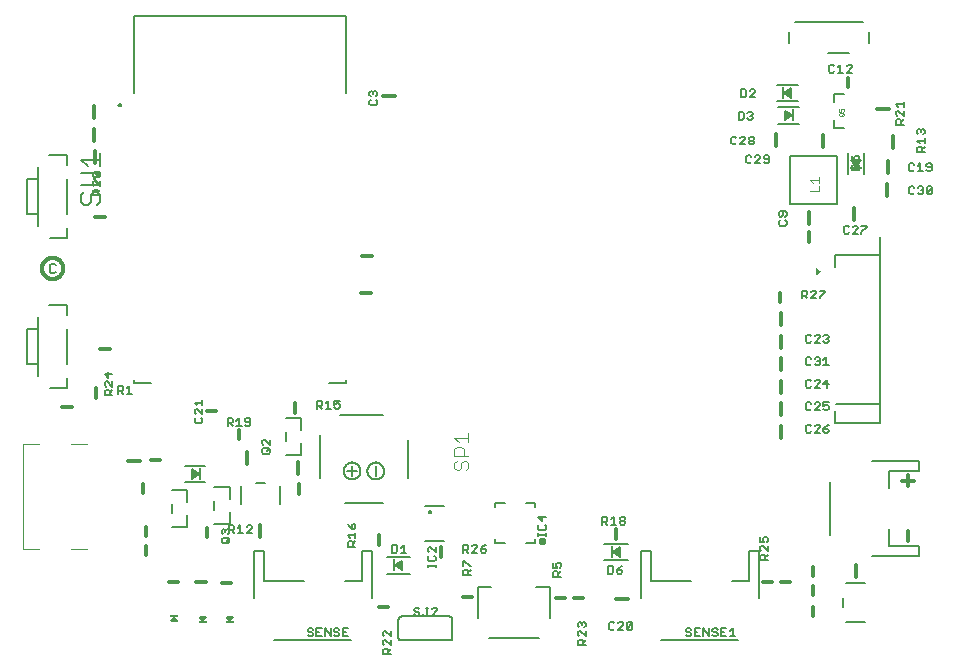
<source format=gbr>
G04 EAGLE Gerber RS-274X export*
G75*
%MOMM*%
%FSLAX34Y34*%
%LPD*%
%INSilkscreen Top*%
%IPPOS*%
%AMOC8*
5,1,8,0,0,1.08239X$1,22.5*%
G01*
%ADD10R,0.762000X0.127000*%
%ADD11C,0.304800*%
%ADD12C,0.203200*%
%ADD13R,0.200000X1.000000*%
%ADD14C,0.101600*%
%ADD15C,0.200000*%
%ADD16C,0.127000*%
%ADD17C,0.152400*%
%ADD18R,1.000000X0.200000*%
%ADD19C,0.025400*%
%ADD20C,0.406400*%

G36*
X640220Y465623D02*
X640220Y465623D01*
X640291Y465621D01*
X640360Y465639D01*
X640431Y465648D01*
X640497Y465675D01*
X640566Y465693D01*
X640627Y465730D01*
X640693Y465757D01*
X640749Y465802D01*
X640811Y465839D01*
X640860Y465890D01*
X640915Y465935D01*
X640956Y465994D01*
X641005Y466046D01*
X641038Y466109D01*
X641079Y466167D01*
X641102Y466235D01*
X641135Y466299D01*
X641145Y466358D01*
X641172Y466436D01*
X641178Y466555D01*
X641190Y466630D01*
X641190Y470630D01*
X641180Y470701D01*
X641180Y470773D01*
X641160Y470841D01*
X641150Y470912D01*
X641121Y470977D01*
X641101Y471046D01*
X641063Y471106D01*
X641034Y471171D01*
X640988Y471226D01*
X640950Y471286D01*
X640897Y471334D01*
X640851Y471388D01*
X640791Y471428D01*
X640737Y471475D01*
X640673Y471506D01*
X640614Y471546D01*
X640546Y471567D01*
X640481Y471598D01*
X640411Y471610D01*
X640343Y471631D01*
X640271Y471633D01*
X640201Y471645D01*
X640130Y471637D01*
X640059Y471639D01*
X639989Y471620D01*
X639918Y471612D01*
X639863Y471587D01*
X639784Y471567D01*
X639681Y471506D01*
X639612Y471475D01*
X636612Y469475D01*
X636525Y469398D01*
X636435Y469325D01*
X636420Y469303D01*
X636400Y469285D01*
X636338Y469188D01*
X636271Y469093D01*
X636263Y469067D01*
X636248Y469045D01*
X636216Y468934D01*
X636178Y468824D01*
X636177Y468797D01*
X636170Y468772D01*
X636170Y468656D01*
X636164Y468540D01*
X636170Y468514D01*
X636170Y468487D01*
X636202Y468376D01*
X636228Y468263D01*
X636241Y468240D01*
X636249Y468214D01*
X636311Y468116D01*
X636367Y468015D01*
X636385Y467999D01*
X636400Y467974D01*
X636608Y467789D01*
X636612Y467785D01*
X639612Y465785D01*
X639676Y465754D01*
X639736Y465715D01*
X639804Y465693D01*
X639868Y465662D01*
X639939Y465650D01*
X640007Y465629D01*
X640078Y465627D01*
X640149Y465615D01*
X640220Y465623D01*
G37*
G36*
X636855Y446573D02*
X636855Y446573D01*
X636926Y446571D01*
X636996Y446590D01*
X637067Y446598D01*
X637122Y446623D01*
X637201Y446643D01*
X637304Y446704D01*
X637373Y446735D01*
X640373Y448735D01*
X640460Y448812D01*
X640550Y448885D01*
X640565Y448907D01*
X640585Y448925D01*
X640647Y449022D01*
X640714Y449117D01*
X640722Y449143D01*
X640737Y449165D01*
X640769Y449276D01*
X640807Y449386D01*
X640808Y449413D01*
X640815Y449438D01*
X640815Y449554D01*
X640821Y449670D01*
X640815Y449696D01*
X640815Y449723D01*
X640783Y449834D01*
X640757Y449947D01*
X640744Y449970D01*
X640736Y449996D01*
X640674Y450094D01*
X640618Y450195D01*
X640600Y450211D01*
X640585Y450236D01*
X640377Y450421D01*
X640373Y450425D01*
X637373Y452425D01*
X637309Y452456D01*
X637249Y452496D01*
X637181Y452517D01*
X637117Y452548D01*
X637046Y452560D01*
X636978Y452581D01*
X636907Y452583D01*
X636837Y452595D01*
X636765Y452587D01*
X636694Y452589D01*
X636625Y452571D01*
X636554Y452562D01*
X636488Y452535D01*
X636419Y452517D01*
X636358Y452480D01*
X636292Y452453D01*
X636236Y452408D01*
X636174Y452372D01*
X636125Y452320D01*
X636070Y452275D01*
X636029Y452217D01*
X635980Y452164D01*
X635947Y452101D01*
X635906Y452043D01*
X635883Y451975D01*
X635850Y451911D01*
X635840Y451852D01*
X635813Y451774D01*
X635807Y451655D01*
X635795Y451580D01*
X635795Y447580D01*
X635805Y447509D01*
X635805Y447437D01*
X635825Y447369D01*
X635835Y447299D01*
X635864Y447233D01*
X635884Y447164D01*
X635922Y447104D01*
X635951Y447039D01*
X635997Y446984D01*
X636035Y446924D01*
X636089Y446876D01*
X636135Y446822D01*
X636194Y446782D01*
X636248Y446735D01*
X636312Y446704D01*
X636371Y446665D01*
X636440Y446643D01*
X636504Y446612D01*
X636574Y446600D01*
X636642Y446579D01*
X636714Y446577D01*
X636785Y446565D01*
X636855Y446573D01*
G37*
G36*
X696076Y406935D02*
X696076Y406935D01*
X696103Y406935D01*
X696214Y406967D01*
X696327Y406993D01*
X696350Y407006D01*
X696376Y407014D01*
X696474Y407076D01*
X696575Y407132D01*
X696591Y407150D01*
X696616Y407165D01*
X696801Y407373D01*
X696805Y407377D01*
X698805Y410377D01*
X698836Y410441D01*
X698876Y410501D01*
X698897Y410569D01*
X698928Y410633D01*
X698940Y410704D01*
X698961Y410772D01*
X698963Y410843D01*
X698975Y410914D01*
X698967Y410985D01*
X698969Y411056D01*
X698951Y411125D01*
X698942Y411196D01*
X698915Y411262D01*
X698897Y411331D01*
X698860Y411392D01*
X698833Y411458D01*
X698788Y411514D01*
X698752Y411576D01*
X698700Y411625D01*
X698655Y411680D01*
X698597Y411721D01*
X698544Y411770D01*
X698481Y411803D01*
X698423Y411844D01*
X698355Y411867D01*
X698291Y411900D01*
X698232Y411910D01*
X698154Y411937D01*
X698035Y411943D01*
X697960Y411955D01*
X693960Y411955D01*
X693889Y411945D01*
X693817Y411945D01*
X693749Y411925D01*
X693679Y411915D01*
X693613Y411886D01*
X693544Y411866D01*
X693484Y411828D01*
X693419Y411799D01*
X693364Y411753D01*
X693304Y411715D01*
X693256Y411662D01*
X693202Y411616D01*
X693162Y411556D01*
X693115Y411502D01*
X693084Y411438D01*
X693045Y411379D01*
X693023Y411311D01*
X692992Y411246D01*
X692980Y411176D01*
X692959Y411108D01*
X692957Y411036D01*
X692945Y410966D01*
X692953Y410895D01*
X692951Y410824D01*
X692970Y410754D01*
X692978Y410683D01*
X693003Y410628D01*
X693023Y410549D01*
X693084Y410446D01*
X693115Y410377D01*
X695115Y407377D01*
X695192Y407290D01*
X695265Y407200D01*
X695287Y407185D01*
X695305Y407165D01*
X695402Y407103D01*
X695497Y407036D01*
X695523Y407028D01*
X695545Y407013D01*
X695656Y406981D01*
X695766Y406943D01*
X695793Y406942D01*
X695818Y406935D01*
X695934Y406935D01*
X696050Y406929D01*
X696076Y406935D01*
G37*
G36*
X134570Y143043D02*
X134570Y143043D01*
X134641Y143041D01*
X134711Y143060D01*
X134782Y143068D01*
X134837Y143093D01*
X134916Y143113D01*
X135019Y143174D01*
X135088Y143205D01*
X138088Y145205D01*
X138175Y145282D01*
X138265Y145355D01*
X138280Y145377D01*
X138300Y145395D01*
X138362Y145492D01*
X138429Y145587D01*
X138437Y145613D01*
X138452Y145635D01*
X138484Y145746D01*
X138522Y145856D01*
X138523Y145883D01*
X138530Y145908D01*
X138530Y146024D01*
X138536Y146140D01*
X138530Y146166D01*
X138530Y146193D01*
X138498Y146304D01*
X138472Y146417D01*
X138459Y146440D01*
X138451Y146466D01*
X138389Y146564D01*
X138333Y146665D01*
X138315Y146681D01*
X138300Y146706D01*
X138092Y146891D01*
X138088Y146895D01*
X135088Y148895D01*
X135024Y148926D01*
X134964Y148966D01*
X134896Y148987D01*
X134832Y149018D01*
X134761Y149030D01*
X134693Y149051D01*
X134622Y149053D01*
X134552Y149065D01*
X134480Y149057D01*
X134409Y149059D01*
X134340Y149041D01*
X134269Y149032D01*
X134203Y149005D01*
X134134Y148987D01*
X134073Y148950D01*
X134007Y148923D01*
X133951Y148878D01*
X133889Y148842D01*
X133840Y148790D01*
X133785Y148745D01*
X133744Y148687D01*
X133695Y148634D01*
X133662Y148571D01*
X133621Y148513D01*
X133598Y148445D01*
X133565Y148381D01*
X133555Y148322D01*
X133528Y148244D01*
X133522Y148125D01*
X133510Y148050D01*
X133510Y144050D01*
X133520Y143979D01*
X133520Y143907D01*
X133540Y143839D01*
X133550Y143769D01*
X133579Y143703D01*
X133599Y143634D01*
X133637Y143574D01*
X133666Y143509D01*
X133712Y143454D01*
X133750Y143394D01*
X133804Y143346D01*
X133850Y143292D01*
X133909Y143252D01*
X133963Y143205D01*
X134027Y143174D01*
X134086Y143135D01*
X134155Y143113D01*
X134219Y143082D01*
X134289Y143070D01*
X134357Y143049D01*
X134429Y143047D01*
X134500Y143035D01*
X134570Y143043D01*
G37*
G36*
X494805Y77003D02*
X494805Y77003D01*
X494876Y77001D01*
X494945Y77019D01*
X495016Y77028D01*
X495082Y77055D01*
X495151Y77073D01*
X495212Y77110D01*
X495278Y77137D01*
X495334Y77182D01*
X495396Y77219D01*
X495445Y77270D01*
X495500Y77315D01*
X495541Y77374D01*
X495590Y77426D01*
X495623Y77489D01*
X495664Y77547D01*
X495687Y77615D01*
X495720Y77679D01*
X495730Y77738D01*
X495757Y77816D01*
X495763Y77935D01*
X495775Y78010D01*
X495775Y82010D01*
X495765Y82081D01*
X495765Y82153D01*
X495745Y82221D01*
X495735Y82292D01*
X495706Y82357D01*
X495686Y82426D01*
X495648Y82486D01*
X495619Y82551D01*
X495573Y82606D01*
X495535Y82666D01*
X495482Y82714D01*
X495436Y82768D01*
X495376Y82808D01*
X495322Y82855D01*
X495258Y82886D01*
X495199Y82926D01*
X495131Y82947D01*
X495066Y82978D01*
X494996Y82990D01*
X494928Y83011D01*
X494856Y83013D01*
X494786Y83025D01*
X494715Y83017D01*
X494644Y83019D01*
X494574Y83000D01*
X494503Y82992D01*
X494448Y82967D01*
X494369Y82947D01*
X494266Y82886D01*
X494197Y82855D01*
X491197Y80855D01*
X491110Y80778D01*
X491020Y80705D01*
X491005Y80683D01*
X490985Y80665D01*
X490923Y80568D01*
X490856Y80473D01*
X490848Y80447D01*
X490833Y80425D01*
X490801Y80314D01*
X490763Y80204D01*
X490762Y80177D01*
X490755Y80152D01*
X490755Y80036D01*
X490749Y79920D01*
X490755Y79894D01*
X490755Y79867D01*
X490787Y79756D01*
X490813Y79643D01*
X490826Y79620D01*
X490834Y79594D01*
X490896Y79496D01*
X490952Y79395D01*
X490970Y79379D01*
X490985Y79354D01*
X491193Y79169D01*
X491197Y79165D01*
X494197Y77165D01*
X494261Y77134D01*
X494321Y77095D01*
X494389Y77073D01*
X494453Y77042D01*
X494524Y77030D01*
X494592Y77009D01*
X494663Y77007D01*
X494734Y76995D01*
X494805Y77003D01*
G37*
G36*
X310655Y65573D02*
X310655Y65573D01*
X310726Y65571D01*
X310795Y65589D01*
X310866Y65598D01*
X310932Y65625D01*
X311001Y65643D01*
X311062Y65680D01*
X311128Y65707D01*
X311184Y65752D01*
X311246Y65789D01*
X311295Y65840D01*
X311350Y65885D01*
X311391Y65944D01*
X311440Y65996D01*
X311473Y66059D01*
X311514Y66117D01*
X311537Y66185D01*
X311570Y66249D01*
X311580Y66308D01*
X311607Y66386D01*
X311613Y66505D01*
X311625Y66580D01*
X311625Y70580D01*
X311615Y70651D01*
X311615Y70723D01*
X311595Y70791D01*
X311585Y70862D01*
X311556Y70927D01*
X311536Y70996D01*
X311498Y71056D01*
X311469Y71121D01*
X311423Y71176D01*
X311385Y71236D01*
X311332Y71284D01*
X311286Y71338D01*
X311226Y71378D01*
X311172Y71425D01*
X311108Y71456D01*
X311049Y71496D01*
X310981Y71517D01*
X310916Y71548D01*
X310846Y71560D01*
X310778Y71581D01*
X310706Y71583D01*
X310636Y71595D01*
X310565Y71587D01*
X310494Y71589D01*
X310424Y71570D01*
X310353Y71562D01*
X310298Y71537D01*
X310219Y71517D01*
X310116Y71456D01*
X310047Y71425D01*
X307047Y69425D01*
X306960Y69348D01*
X306870Y69275D01*
X306855Y69253D01*
X306835Y69235D01*
X306773Y69138D01*
X306706Y69043D01*
X306698Y69017D01*
X306683Y68995D01*
X306651Y68884D01*
X306613Y68774D01*
X306612Y68747D01*
X306605Y68722D01*
X306605Y68606D01*
X306599Y68490D01*
X306605Y68464D01*
X306605Y68437D01*
X306637Y68326D01*
X306663Y68213D01*
X306676Y68190D01*
X306684Y68164D01*
X306746Y68066D01*
X306802Y67965D01*
X306820Y67949D01*
X306835Y67924D01*
X307043Y67739D01*
X307047Y67735D01*
X310047Y65735D01*
X310111Y65704D01*
X310171Y65665D01*
X310239Y65643D01*
X310303Y65612D01*
X310374Y65600D01*
X310442Y65579D01*
X310513Y65577D01*
X310584Y65565D01*
X310655Y65573D01*
G37*
G36*
X121314Y20961D02*
X121314Y20961D01*
X121344Y20958D01*
X121435Y20980D01*
X121528Y20996D01*
X121554Y21009D01*
X121583Y21016D01*
X121662Y21067D01*
X121745Y21111D01*
X121766Y21132D01*
X121791Y21148D01*
X121850Y21221D01*
X121915Y21289D01*
X121927Y21316D01*
X121946Y21339D01*
X121979Y21427D01*
X122018Y21512D01*
X122021Y21542D01*
X122032Y21569D01*
X122035Y21663D01*
X122045Y21756D01*
X122039Y21786D01*
X122040Y21815D01*
X122013Y21905D01*
X121993Y21997D01*
X121978Y22022D01*
X121969Y22051D01*
X121879Y22193D01*
X119339Y25368D01*
X119262Y25437D01*
X119189Y25510D01*
X119172Y25519D01*
X119157Y25532D01*
X119061Y25574D01*
X118969Y25620D01*
X118949Y25622D01*
X118931Y25630D01*
X118828Y25639D01*
X118725Y25653D01*
X118706Y25649D01*
X118686Y25651D01*
X118585Y25626D01*
X118483Y25607D01*
X118466Y25597D01*
X118447Y25593D01*
X118360Y25537D01*
X118269Y25486D01*
X118252Y25469D01*
X118239Y25461D01*
X118219Y25436D01*
X118151Y25368D01*
X115611Y22193D01*
X115596Y22167D01*
X115576Y22145D01*
X115536Y22060D01*
X115490Y21978D01*
X115484Y21949D01*
X115472Y21922D01*
X115462Y21829D01*
X115444Y21737D01*
X115448Y21707D01*
X115445Y21678D01*
X115465Y21586D01*
X115478Y21493D01*
X115491Y21466D01*
X115497Y21437D01*
X115545Y21357D01*
X115587Y21273D01*
X115608Y21252D01*
X115623Y21226D01*
X115695Y21165D01*
X115761Y21099D01*
X115787Y21086D01*
X115810Y21066D01*
X115897Y21031D01*
X115981Y20989D01*
X116011Y20985D01*
X116038Y20974D01*
X116205Y20956D01*
X121285Y20956D01*
X121314Y20961D01*
G37*
G36*
X142914Y20706D02*
X142914Y20706D01*
X142934Y20704D01*
X143035Y20729D01*
X143137Y20748D01*
X143154Y20758D01*
X143173Y20762D01*
X143261Y20818D01*
X143351Y20869D01*
X143368Y20886D01*
X143381Y20894D01*
X143401Y20919D01*
X143469Y20987D01*
X146009Y24162D01*
X146024Y24188D01*
X146045Y24210D01*
X146084Y24295D01*
X146130Y24377D01*
X146136Y24406D01*
X146148Y24433D01*
X146158Y24526D01*
X146176Y24618D01*
X146172Y24648D01*
X146175Y24677D01*
X146155Y24769D01*
X146143Y24862D01*
X146129Y24889D01*
X146123Y24918D01*
X146075Y24998D01*
X146033Y25082D01*
X146012Y25103D01*
X145997Y25129D01*
X145925Y25190D01*
X145859Y25256D01*
X145833Y25269D01*
X145810Y25289D01*
X145723Y25324D01*
X145639Y25366D01*
X145609Y25370D01*
X145582Y25381D01*
X145415Y25399D01*
X140335Y25399D01*
X140306Y25394D01*
X140276Y25397D01*
X140185Y25375D01*
X140092Y25360D01*
X140066Y25346D01*
X140037Y25339D01*
X139958Y25288D01*
X139875Y25244D01*
X139854Y25223D01*
X139829Y25207D01*
X139770Y25134D01*
X139706Y25066D01*
X139693Y25039D01*
X139674Y25016D01*
X139641Y24928D01*
X139602Y24843D01*
X139599Y24813D01*
X139588Y24786D01*
X139585Y24692D01*
X139575Y24599D01*
X139581Y24569D01*
X139580Y24540D01*
X139607Y24450D01*
X139627Y24358D01*
X139642Y24333D01*
X139651Y24304D01*
X139741Y24162D01*
X142281Y20987D01*
X142358Y20918D01*
X142431Y20845D01*
X142449Y20836D01*
X142463Y20823D01*
X142559Y20781D01*
X142651Y20735D01*
X142671Y20733D01*
X142689Y20725D01*
X142792Y20716D01*
X142895Y20702D01*
X142914Y20706D01*
G37*
G36*
X165774Y20706D02*
X165774Y20706D01*
X165794Y20704D01*
X165895Y20729D01*
X165997Y20748D01*
X166014Y20758D01*
X166033Y20762D01*
X166121Y20818D01*
X166211Y20869D01*
X166228Y20886D01*
X166241Y20894D01*
X166261Y20919D01*
X166329Y20987D01*
X168869Y24162D01*
X168884Y24188D01*
X168905Y24210D01*
X168944Y24295D01*
X168990Y24377D01*
X168996Y24406D01*
X169008Y24433D01*
X169018Y24526D01*
X169036Y24618D01*
X169032Y24648D01*
X169035Y24677D01*
X169015Y24769D01*
X169003Y24862D01*
X168989Y24889D01*
X168983Y24918D01*
X168935Y24998D01*
X168893Y25082D01*
X168872Y25103D01*
X168857Y25129D01*
X168785Y25190D01*
X168719Y25256D01*
X168693Y25269D01*
X168670Y25289D01*
X168583Y25324D01*
X168499Y25366D01*
X168469Y25370D01*
X168442Y25381D01*
X168275Y25399D01*
X163195Y25399D01*
X163166Y25394D01*
X163136Y25397D01*
X163045Y25375D01*
X162952Y25360D01*
X162926Y25346D01*
X162897Y25339D01*
X162818Y25288D01*
X162735Y25244D01*
X162714Y25223D01*
X162689Y25207D01*
X162630Y25134D01*
X162566Y25066D01*
X162553Y25039D01*
X162534Y25016D01*
X162501Y24928D01*
X162462Y24843D01*
X162459Y24813D01*
X162448Y24786D01*
X162445Y24692D01*
X162435Y24599D01*
X162441Y24569D01*
X162440Y24540D01*
X162467Y24450D01*
X162487Y24358D01*
X162502Y24333D01*
X162511Y24304D01*
X162601Y24162D01*
X165141Y20987D01*
X165218Y20918D01*
X165291Y20845D01*
X165309Y20836D01*
X165323Y20823D01*
X165419Y20781D01*
X165511Y20735D01*
X165531Y20733D01*
X165549Y20725D01*
X165652Y20716D01*
X165755Y20702D01*
X165774Y20706D01*
G37*
G36*
X662715Y314502D02*
X662715Y314502D01*
X662755Y314503D01*
X662822Y314531D01*
X662893Y314550D01*
X662931Y314575D01*
X662962Y314588D01*
X662995Y314617D01*
X663049Y314653D01*
X665859Y317193D01*
X665919Y317271D01*
X665982Y317345D01*
X665985Y317354D01*
X665986Y317355D01*
X665988Y317360D01*
X665997Y317371D01*
X666026Y317464D01*
X666059Y317555D01*
X666059Y317571D01*
X666063Y317585D01*
X666058Y317683D01*
X666058Y317780D01*
X666052Y317794D01*
X666051Y317809D01*
X666013Y317899D01*
X665978Y317990D01*
X665968Y318003D01*
X665962Y318015D01*
X665929Y318050D01*
X665859Y318135D01*
X663049Y320675D01*
X663030Y320687D01*
X663016Y320702D01*
X662976Y320723D01*
X662930Y320759D01*
X662893Y320772D01*
X662859Y320793D01*
X662825Y320800D01*
X662816Y320805D01*
X662781Y320810D01*
X662718Y320831D01*
X662678Y320830D01*
X662639Y320838D01*
X662567Y320827D01*
X662493Y320825D01*
X662457Y320810D01*
X662417Y320804D01*
X662353Y320768D01*
X662286Y320740D01*
X662256Y320714D01*
X662222Y320694D01*
X662174Y320638D01*
X662120Y320589D01*
X662102Y320554D01*
X662076Y320523D01*
X662069Y320505D01*
X662069Y320504D01*
X662063Y320487D01*
X662051Y320455D01*
X662017Y320389D01*
X662011Y320344D01*
X661999Y320313D01*
X661999Y320299D01*
X661997Y320292D01*
X661998Y320257D01*
X661990Y320204D01*
X661990Y315124D01*
X662003Y315052D01*
X662007Y314979D01*
X662022Y314942D01*
X662029Y314903D01*
X662067Y314840D01*
X662096Y314773D01*
X662123Y314744D01*
X662144Y314710D01*
X662200Y314664D01*
X662251Y314611D01*
X662287Y314594D01*
X662318Y314569D01*
X662387Y314545D01*
X662453Y314513D01*
X662493Y314509D01*
X662530Y314497D01*
X662603Y314499D01*
X662676Y314492D01*
X662715Y314502D01*
G37*
D10*
X165735Y20828D03*
X142875Y20828D03*
D11*
X89535Y156845D02*
X79375Y156845D01*
X98870Y157480D02*
X106870Y157480D01*
X159195Y53975D02*
X167195Y53975D01*
X145605Y54610D02*
X137605Y54610D01*
X6895Y320040D02*
X6898Y320260D01*
X6906Y320481D01*
X6919Y320701D01*
X6938Y320920D01*
X6963Y321139D01*
X6992Y321358D01*
X7027Y321575D01*
X7068Y321792D01*
X7113Y322008D01*
X7164Y322222D01*
X7220Y322435D01*
X7282Y322647D01*
X7348Y322857D01*
X7420Y323065D01*
X7497Y323272D01*
X7579Y323476D01*
X7665Y323679D01*
X7757Y323879D01*
X7854Y324078D01*
X7955Y324273D01*
X8062Y324466D01*
X8173Y324657D01*
X8288Y324844D01*
X8408Y325029D01*
X8533Y325211D01*
X8662Y325389D01*
X8796Y325565D01*
X8933Y325737D01*
X9075Y325905D01*
X9221Y326071D01*
X9371Y326232D01*
X9525Y326390D01*
X9683Y326544D01*
X9844Y326694D01*
X10010Y326840D01*
X10178Y326982D01*
X10350Y327119D01*
X10526Y327253D01*
X10704Y327382D01*
X10886Y327507D01*
X11071Y327627D01*
X11258Y327742D01*
X11449Y327853D01*
X11642Y327960D01*
X11837Y328061D01*
X12036Y328158D01*
X12236Y328250D01*
X12439Y328336D01*
X12643Y328418D01*
X12850Y328495D01*
X13058Y328567D01*
X13268Y328633D01*
X13480Y328695D01*
X13693Y328751D01*
X13907Y328802D01*
X14123Y328847D01*
X14340Y328888D01*
X14557Y328923D01*
X14776Y328952D01*
X14995Y328977D01*
X15214Y328996D01*
X15434Y329009D01*
X15655Y329017D01*
X15875Y329020D01*
X16095Y329017D01*
X16316Y329009D01*
X16536Y328996D01*
X16755Y328977D01*
X16974Y328952D01*
X17193Y328923D01*
X17410Y328888D01*
X17627Y328847D01*
X17843Y328802D01*
X18057Y328751D01*
X18270Y328695D01*
X18482Y328633D01*
X18692Y328567D01*
X18900Y328495D01*
X19107Y328418D01*
X19311Y328336D01*
X19514Y328250D01*
X19714Y328158D01*
X19913Y328061D01*
X20108Y327960D01*
X20301Y327853D01*
X20492Y327742D01*
X20679Y327627D01*
X20864Y327507D01*
X21046Y327382D01*
X21224Y327253D01*
X21400Y327119D01*
X21572Y326982D01*
X21740Y326840D01*
X21906Y326694D01*
X22067Y326544D01*
X22225Y326390D01*
X22379Y326232D01*
X22529Y326071D01*
X22675Y325905D01*
X22817Y325737D01*
X22954Y325565D01*
X23088Y325389D01*
X23217Y325211D01*
X23342Y325029D01*
X23462Y324844D01*
X23577Y324657D01*
X23688Y324466D01*
X23795Y324273D01*
X23896Y324078D01*
X23993Y323879D01*
X24085Y323679D01*
X24171Y323476D01*
X24253Y323272D01*
X24330Y323065D01*
X24402Y322857D01*
X24468Y322647D01*
X24530Y322435D01*
X24586Y322222D01*
X24637Y322008D01*
X24682Y321792D01*
X24723Y321575D01*
X24758Y321358D01*
X24787Y321139D01*
X24812Y320920D01*
X24831Y320701D01*
X24844Y320481D01*
X24852Y320260D01*
X24855Y320040D01*
X24852Y319820D01*
X24844Y319599D01*
X24831Y319379D01*
X24812Y319160D01*
X24787Y318941D01*
X24758Y318722D01*
X24723Y318505D01*
X24682Y318288D01*
X24637Y318072D01*
X24586Y317858D01*
X24530Y317645D01*
X24468Y317433D01*
X24402Y317223D01*
X24330Y317015D01*
X24253Y316808D01*
X24171Y316604D01*
X24085Y316401D01*
X23993Y316201D01*
X23896Y316002D01*
X23795Y315807D01*
X23688Y315614D01*
X23577Y315423D01*
X23462Y315236D01*
X23342Y315051D01*
X23217Y314869D01*
X23088Y314691D01*
X22954Y314515D01*
X22817Y314343D01*
X22675Y314175D01*
X22529Y314009D01*
X22379Y313848D01*
X22225Y313690D01*
X22067Y313536D01*
X21906Y313386D01*
X21740Y313240D01*
X21572Y313098D01*
X21400Y312961D01*
X21224Y312827D01*
X21046Y312698D01*
X20864Y312573D01*
X20679Y312453D01*
X20492Y312338D01*
X20301Y312227D01*
X20108Y312120D01*
X19913Y312019D01*
X19714Y311922D01*
X19514Y311830D01*
X19311Y311744D01*
X19107Y311662D01*
X18900Y311585D01*
X18692Y311513D01*
X18482Y311447D01*
X18270Y311385D01*
X18057Y311329D01*
X17843Y311278D01*
X17627Y311233D01*
X17410Y311192D01*
X17193Y311157D01*
X16974Y311128D01*
X16755Y311103D01*
X16536Y311084D01*
X16316Y311071D01*
X16095Y311063D01*
X15875Y311060D01*
X15655Y311063D01*
X15434Y311071D01*
X15214Y311084D01*
X14995Y311103D01*
X14776Y311128D01*
X14557Y311157D01*
X14340Y311192D01*
X14123Y311233D01*
X13907Y311278D01*
X13693Y311329D01*
X13480Y311385D01*
X13268Y311447D01*
X13058Y311513D01*
X12850Y311585D01*
X12643Y311662D01*
X12439Y311744D01*
X12236Y311830D01*
X12036Y311922D01*
X11837Y312019D01*
X11642Y312120D01*
X11449Y312227D01*
X11258Y312338D01*
X11071Y312453D01*
X10886Y312573D01*
X10704Y312698D01*
X10526Y312827D01*
X10350Y312961D01*
X10178Y313098D01*
X10010Y313240D01*
X9844Y313386D01*
X9683Y313536D01*
X9525Y313690D01*
X9371Y313848D01*
X9221Y314009D01*
X9075Y314175D01*
X8933Y314343D01*
X8796Y314515D01*
X8662Y314691D01*
X8533Y314869D01*
X8408Y315051D01*
X8288Y315236D01*
X8173Y315423D01*
X8062Y315614D01*
X7955Y315807D01*
X7854Y316002D01*
X7757Y316201D01*
X7665Y316401D01*
X7579Y316604D01*
X7497Y316808D01*
X7420Y317015D01*
X7348Y317223D01*
X7282Y317433D01*
X7220Y317645D01*
X7164Y317858D01*
X7113Y318072D01*
X7068Y318288D01*
X7027Y318505D01*
X6992Y318722D01*
X6963Y318941D01*
X6938Y319160D01*
X6919Y319379D01*
X6906Y319599D01*
X6898Y319820D01*
X6895Y320040D01*
D12*
X17402Y324111D02*
X18758Y322755D01*
X17402Y324111D02*
X14691Y324111D01*
X13335Y322755D01*
X13335Y317332D01*
X14691Y315976D01*
X17402Y315976D01*
X18758Y317332D01*
X707100Y510620D02*
X707100Y520620D01*
X639100Y520620D02*
X639100Y510620D01*
X672100Y502620D02*
X690100Y502620D01*
X702100Y528620D02*
X644100Y528620D01*
X687960Y20965D02*
X703960Y20965D01*
X703960Y53965D02*
X687960Y53965D01*
X685460Y41465D02*
X685460Y33465D01*
D10*
X118745Y25527D03*
D11*
X122110Y54610D02*
X114110Y54610D01*
X695960Y59055D02*
X695960Y69215D01*
X659765Y33845D02*
X659765Y25845D01*
X640270Y54610D02*
X632270Y54610D01*
X659765Y59500D02*
X659765Y67500D01*
X191135Y92710D02*
X191135Y102870D01*
X180340Y154305D02*
X180340Y164465D01*
D12*
X175270Y136270D02*
X175270Y120270D01*
X208270Y120270D02*
X208270Y136270D01*
X195770Y138770D02*
X187770Y138770D01*
X674215Y139340D02*
X674215Y94340D01*
X709215Y156840D02*
X749215Y156840D01*
X749215Y148340D01*
X724215Y148340D01*
X724215Y134340D01*
X724215Y99340D02*
X724215Y85340D01*
X749215Y85340D01*
X749215Y76840D01*
X709215Y76840D01*
D11*
X739775Y135890D02*
X739775Y144780D01*
X735330Y140335D02*
X744855Y140335D01*
X739775Y97790D02*
X739775Y88900D01*
X31940Y202565D02*
X23940Y202565D01*
D12*
X127795Y139050D02*
X145255Y139050D01*
X145255Y153050D02*
X127795Y153050D01*
X133525Y142050D02*
X139525Y146050D01*
X133525Y142050D02*
X133525Y150050D01*
X139525Y146050D01*
D13*
X140525Y146050D03*
D12*
X129794Y132564D02*
X116666Y132564D01*
X129794Y132564D02*
X129794Y122476D01*
X129794Y101116D02*
X116666Y101116D01*
X129794Y101116D02*
X129794Y111204D01*
X116586Y113116D02*
X116586Y120704D01*
D11*
X94615Y85280D02*
X94615Y77280D01*
X659765Y51625D02*
X659765Y43625D01*
X655955Y342710D02*
X655955Y350710D01*
X223520Y156210D02*
X223520Y146050D01*
X224790Y137350D02*
X224790Y129350D01*
D14*
X44610Y171700D02*
X31110Y171700D01*
X31110Y82300D02*
X44610Y82300D01*
X-8890Y82300D02*
X-8890Y171700D01*
X4610Y171700D01*
X4610Y82300D02*
X-8890Y82300D01*
D11*
X95250Y93155D02*
X95250Y101155D01*
X92075Y129985D02*
X92075Y137985D01*
D15*
X71625Y458460D02*
X71627Y458523D01*
X71633Y458585D01*
X71643Y458647D01*
X71656Y458709D01*
X71674Y458769D01*
X71695Y458828D01*
X71720Y458886D01*
X71749Y458942D01*
X71781Y458996D01*
X71816Y459048D01*
X71854Y459097D01*
X71896Y459145D01*
X71940Y459189D01*
X71988Y459231D01*
X72037Y459269D01*
X72089Y459304D01*
X72143Y459336D01*
X72199Y459365D01*
X72257Y459390D01*
X72316Y459411D01*
X72376Y459429D01*
X72438Y459442D01*
X72500Y459452D01*
X72562Y459458D01*
X72625Y459460D01*
X72688Y459458D01*
X72750Y459452D01*
X72812Y459442D01*
X72874Y459429D01*
X72934Y459411D01*
X72993Y459390D01*
X73051Y459365D01*
X73107Y459336D01*
X73161Y459304D01*
X73213Y459269D01*
X73262Y459231D01*
X73310Y459189D01*
X73354Y459145D01*
X73396Y459097D01*
X73434Y459048D01*
X73469Y458996D01*
X73501Y458942D01*
X73530Y458886D01*
X73555Y458828D01*
X73576Y458769D01*
X73594Y458709D01*
X73607Y458647D01*
X73617Y458585D01*
X73623Y458523D01*
X73625Y458460D01*
X73623Y458397D01*
X73617Y458335D01*
X73607Y458273D01*
X73594Y458211D01*
X73576Y458151D01*
X73555Y458092D01*
X73530Y458034D01*
X73501Y457978D01*
X73469Y457924D01*
X73434Y457872D01*
X73396Y457823D01*
X73354Y457775D01*
X73310Y457731D01*
X73262Y457689D01*
X73213Y457651D01*
X73161Y457616D01*
X73107Y457584D01*
X73051Y457555D01*
X72993Y457530D01*
X72934Y457509D01*
X72874Y457491D01*
X72812Y457478D01*
X72750Y457468D01*
X72688Y457462D01*
X72625Y457460D01*
X72562Y457462D01*
X72500Y457468D01*
X72438Y457478D01*
X72376Y457491D01*
X72316Y457509D01*
X72257Y457530D01*
X72199Y457555D01*
X72143Y457584D01*
X72089Y457616D01*
X72037Y457651D01*
X71988Y457689D01*
X71940Y457731D01*
X71896Y457775D01*
X71854Y457823D01*
X71816Y457872D01*
X71781Y457924D01*
X71749Y457978D01*
X71720Y458034D01*
X71695Y458092D01*
X71674Y458151D01*
X71656Y458211D01*
X71643Y458273D01*
X71633Y458335D01*
X71627Y458397D01*
X71625Y458460D01*
D16*
X84625Y225460D02*
X84625Y223460D01*
X99125Y223460D01*
X250125Y223460D02*
X264625Y223460D01*
X264625Y225460D01*
X84625Y468460D02*
X84625Y533460D01*
X264625Y533460D01*
X264625Y468460D01*
D11*
X277305Y299085D02*
X285305Y299085D01*
X285940Y330835D02*
X277940Y330835D01*
X50800Y427990D02*
X50800Y438150D01*
X50800Y447040D02*
X50800Y457200D01*
X52070Y419100D02*
X52070Y408940D01*
X632460Y282575D02*
X632460Y272415D01*
D17*
X376400Y50080D02*
X376400Y24080D01*
X376400Y50080D02*
X387400Y50080D01*
X425400Y50080D02*
X437400Y50080D01*
X437400Y24080D01*
X427400Y7080D02*
X385400Y7080D01*
X27780Y289000D02*
X12780Y289000D01*
X27780Y289000D02*
X27780Y281000D01*
X27780Y269000D02*
X27780Y239000D01*
X27780Y227000D02*
X27780Y219000D01*
X13780Y219000D01*
X3780Y269000D02*
X3780Y279000D01*
X3780Y269000D02*
X3780Y239000D01*
X3780Y229000D01*
X3780Y269000D02*
X-6220Y269000D01*
X-6220Y239000D01*
X3780Y239000D01*
D11*
X656200Y358100D02*
X656200Y368260D01*
D17*
X631865Y360808D02*
X630763Y359707D01*
X630763Y357504D01*
X631865Y356402D01*
X636271Y356402D01*
X637373Y357504D01*
X637373Y359707D01*
X636271Y360808D01*
X636271Y363886D02*
X637373Y364988D01*
X637373Y367191D01*
X636271Y368293D01*
X631865Y368293D01*
X630763Y367191D01*
X630763Y364988D01*
X631865Y363886D01*
X632967Y363886D01*
X634068Y364988D01*
X634068Y368293D01*
D11*
X723510Y400960D02*
X723510Y411120D01*
D17*
X744087Y408967D02*
X745188Y407865D01*
X744087Y408967D02*
X741884Y408967D01*
X740782Y407865D01*
X740782Y403459D01*
X741884Y402357D01*
X744087Y402357D01*
X745188Y403459D01*
X748266Y406763D02*
X750469Y408967D01*
X750469Y402357D01*
X748266Y402357D02*
X752673Y402357D01*
X755750Y403459D02*
X756852Y402357D01*
X759055Y402357D01*
X760157Y403459D01*
X760157Y407865D01*
X759055Y408967D01*
X756852Y408967D01*
X755750Y407865D01*
X755750Y406763D01*
X756852Y405662D01*
X760157Y405662D01*
D11*
X632460Y262890D02*
X632460Y252730D01*
D17*
X656847Y263912D02*
X657948Y262810D01*
X656847Y263912D02*
X654644Y263912D01*
X653542Y262810D01*
X653542Y258404D01*
X654644Y257302D01*
X656847Y257302D01*
X657948Y258404D01*
X661026Y257302D02*
X665433Y257302D01*
X665433Y261708D02*
X661026Y257302D01*
X665433Y261708D02*
X665433Y262810D01*
X664331Y263912D01*
X662128Y263912D01*
X661026Y262810D01*
X668510Y262810D02*
X669612Y263912D01*
X671815Y263912D01*
X672917Y262810D01*
X672917Y261708D01*
X671815Y260607D01*
X670714Y260607D01*
X671815Y260607D02*
X672917Y259505D01*
X672917Y258404D01*
X671815Y257302D01*
X669612Y257302D01*
X668510Y258404D01*
D11*
X632460Y224790D02*
X632460Y214630D01*
D17*
X656847Y225812D02*
X657948Y224710D01*
X656847Y225812D02*
X654644Y225812D01*
X653542Y224710D01*
X653542Y220304D01*
X654644Y219202D01*
X656847Y219202D01*
X657948Y220304D01*
X661026Y219202D02*
X665433Y219202D01*
X665433Y223608D02*
X661026Y219202D01*
X665433Y223608D02*
X665433Y224710D01*
X664331Y225812D01*
X662128Y225812D01*
X661026Y224710D01*
X671815Y225812D02*
X671815Y219202D01*
X668510Y222507D02*
X671815Y225812D01*
X672917Y222507D02*
X668510Y222507D01*
D11*
X632460Y205740D02*
X632460Y195580D01*
D17*
X656847Y206762D02*
X657948Y205660D01*
X656847Y206762D02*
X654644Y206762D01*
X653542Y205660D01*
X653542Y201254D01*
X654644Y200152D01*
X656847Y200152D01*
X657948Y201254D01*
X661026Y200152D02*
X665433Y200152D01*
X665433Y204558D02*
X661026Y200152D01*
X665433Y204558D02*
X665433Y205660D01*
X664331Y206762D01*
X662128Y206762D01*
X661026Y205660D01*
X668510Y206762D02*
X672917Y206762D01*
X668510Y206762D02*
X668510Y203457D01*
X670714Y204558D01*
X671815Y204558D01*
X672917Y203457D01*
X672917Y201254D01*
X671815Y200152D01*
X669612Y200152D01*
X668510Y201254D01*
D11*
X632460Y186690D02*
X632460Y176530D01*
D17*
X656847Y187712D02*
X657948Y186610D01*
X656847Y187712D02*
X654644Y187712D01*
X653542Y186610D01*
X653542Y182204D01*
X654644Y181102D01*
X656847Y181102D01*
X657948Y182204D01*
X661026Y181102D02*
X665433Y181102D01*
X665433Y185508D02*
X661026Y181102D01*
X665433Y185508D02*
X665433Y186610D01*
X664331Y187712D01*
X662128Y187712D01*
X661026Y186610D01*
X670714Y186610D02*
X672917Y187712D01*
X670714Y186610D02*
X668510Y184407D01*
X668510Y182204D01*
X669612Y181102D01*
X671815Y181102D01*
X672917Y182204D01*
X672917Y183305D01*
X671815Y184407D01*
X668510Y184407D01*
D11*
X694690Y360680D02*
X694690Y370840D01*
D17*
X689004Y356114D02*
X690106Y355012D01*
X689004Y356114D02*
X686801Y356114D01*
X685700Y355012D01*
X685700Y350606D01*
X686801Y349504D01*
X689004Y349504D01*
X690106Y350606D01*
X693184Y349504D02*
X697590Y349504D01*
X693184Y349504D02*
X697590Y353910D01*
X697590Y355012D01*
X696489Y356114D01*
X694285Y356114D01*
X693184Y355012D01*
X700668Y356114D02*
X705074Y356114D01*
X705074Y355012D01*
X700668Y350606D01*
X700668Y349504D01*
D11*
X628650Y423545D02*
X628650Y433705D01*
D17*
X594856Y430577D02*
X593754Y431679D01*
X591551Y431679D01*
X590450Y430577D01*
X590450Y426171D01*
X591551Y425069D01*
X593754Y425069D01*
X594856Y426171D01*
X597934Y425069D02*
X602340Y425069D01*
X597934Y425069D02*
X602340Y429475D01*
X602340Y430577D01*
X601239Y431679D01*
X599035Y431679D01*
X597934Y430577D01*
X605418Y430577D02*
X606519Y431679D01*
X608723Y431679D01*
X609824Y430577D01*
X609824Y429475D01*
X608723Y428374D01*
X609824Y427272D01*
X609824Y426171D01*
X608723Y425069D01*
X606519Y425069D01*
X605418Y426171D01*
X605418Y427272D01*
X606519Y428374D01*
X605418Y429475D01*
X605418Y430577D01*
X606519Y428374D02*
X608723Y428374D01*
D12*
X629445Y475630D02*
X646905Y475630D01*
X646905Y461630D02*
X629445Y461630D01*
X635175Y468630D02*
X641175Y472630D01*
X641175Y464630D01*
X635175Y468630D01*
D13*
X634175Y468630D03*
D17*
X598569Y471684D02*
X598569Y465074D01*
X601874Y465074D01*
X602975Y466176D01*
X602975Y470582D01*
X601874Y471684D01*
X598569Y471684D01*
X606053Y465074D02*
X610459Y465074D01*
X606053Y465074D02*
X610459Y469480D01*
X610459Y470582D01*
X609358Y471684D01*
X607154Y471684D01*
X606053Y470582D01*
D12*
X630080Y442580D02*
X647540Y442580D01*
X647540Y456580D02*
X630080Y456580D01*
X635810Y445580D02*
X641810Y449580D01*
X635810Y445580D02*
X635810Y453580D01*
X641810Y449580D01*
D13*
X642810Y449580D03*
D17*
X596664Y452634D02*
X596664Y446024D01*
X599969Y446024D01*
X601070Y447126D01*
X601070Y451532D01*
X599969Y452634D01*
X596664Y452634D01*
X604148Y451532D02*
X605249Y452634D01*
X607453Y452634D01*
X608554Y451532D01*
X608554Y450430D01*
X607453Y449329D01*
X606351Y449329D01*
X607453Y449329D02*
X608554Y448227D01*
X608554Y447126D01*
X607453Y446024D01*
X605249Y446024D01*
X604148Y447126D01*
D11*
X668020Y433070D02*
X668020Y422910D01*
D17*
X607556Y414702D02*
X606454Y415804D01*
X604251Y415804D01*
X603150Y414702D01*
X603150Y410296D01*
X604251Y409194D01*
X606454Y409194D01*
X607556Y410296D01*
X610634Y409194D02*
X615040Y409194D01*
X610634Y409194D02*
X615040Y413600D01*
X615040Y414702D01*
X613939Y415804D01*
X611735Y415804D01*
X610634Y414702D01*
X618118Y410296D02*
X619219Y409194D01*
X621423Y409194D01*
X622524Y410296D01*
X622524Y414702D01*
X621423Y415804D01*
X619219Y415804D01*
X618118Y414702D01*
X618118Y413600D01*
X619219Y412499D01*
X622524Y412499D01*
D12*
X688960Y417670D02*
X688960Y400210D01*
X702960Y400210D02*
X702960Y417670D01*
X691960Y411940D02*
X695960Y405940D01*
X691960Y411940D02*
X699960Y411940D01*
X695960Y405940D01*
D18*
X695960Y404940D03*
D17*
X699008Y403352D02*
X692398Y403352D01*
X699008Y403352D02*
X699008Y406657D01*
X697906Y407758D01*
X693500Y407758D01*
X692398Y406657D01*
X692398Y403352D01*
X692398Y410836D02*
X692398Y415243D01*
X692398Y410836D02*
X695703Y410836D01*
X694602Y413039D01*
X694602Y414141D01*
X695703Y415243D01*
X697906Y415243D01*
X699008Y414141D01*
X699008Y411938D01*
X697906Y410836D01*
D16*
X680400Y374970D02*
X640400Y374970D01*
X640400Y414970D01*
X680400Y414970D01*
X680400Y374970D01*
D14*
X664620Y385270D02*
X657502Y385270D01*
X664620Y385270D02*
X664620Y390015D01*
X659875Y392754D02*
X657502Y395127D01*
X664620Y395127D01*
X664620Y397499D02*
X664620Y392754D01*
D11*
X727075Y421640D02*
X727075Y431800D01*
D17*
X747643Y418592D02*
X754253Y418592D01*
X747643Y418592D02*
X747643Y421897D01*
X748745Y422998D01*
X750948Y422998D01*
X752050Y421897D01*
X752050Y418592D01*
X752050Y420795D02*
X754253Y422998D01*
X749847Y426076D02*
X747643Y428279D01*
X754253Y428279D01*
X754253Y426076D02*
X754253Y430483D01*
X748745Y433560D02*
X747643Y434662D01*
X747643Y436865D01*
X748745Y437967D01*
X749847Y437967D01*
X750948Y436865D01*
X750948Y435764D01*
X750948Y436865D02*
X752050Y437967D01*
X753151Y437967D01*
X754253Y436865D01*
X754253Y434662D01*
X753151Y433560D01*
D12*
X677530Y439390D02*
X677530Y445390D01*
X677530Y439390D02*
X685530Y439390D01*
X677530Y461390D02*
X677530Y467390D01*
X685530Y467390D01*
D19*
X685037Y449072D02*
X682495Y449072D01*
X681860Y449708D01*
X681860Y450979D01*
X682495Y451614D01*
X685037Y451614D01*
X685673Y450979D01*
X685673Y449708D01*
X685037Y449072D01*
X684402Y450343D02*
X685673Y451614D01*
X681860Y452814D02*
X681860Y455356D01*
X681860Y452814D02*
X683766Y452814D01*
X683131Y454085D01*
X683131Y454721D01*
X683766Y455356D01*
X685037Y455356D01*
X685673Y454721D01*
X685673Y453450D01*
X685037Y452814D01*
D11*
X722630Y391160D02*
X722630Y381000D01*
D17*
X744477Y389642D02*
X745578Y388540D01*
X744477Y389642D02*
X742274Y389642D01*
X741172Y388540D01*
X741172Y384134D01*
X742274Y383032D01*
X744477Y383032D01*
X745578Y384134D01*
X748656Y388540D02*
X749758Y389642D01*
X751961Y389642D01*
X753063Y388540D01*
X753063Y387438D01*
X751961Y386337D01*
X750859Y386337D01*
X751961Y386337D02*
X753063Y385235D01*
X753063Y384134D01*
X751961Y383032D01*
X749758Y383032D01*
X748656Y384134D01*
X756140Y384134D02*
X756140Y388540D01*
X757242Y389642D01*
X759445Y389642D01*
X760547Y388540D01*
X760547Y384134D01*
X759445Y383032D01*
X757242Y383032D01*
X756140Y384134D01*
X760547Y388540D01*
D11*
X632460Y243840D02*
X632460Y233680D01*
D17*
X656847Y244862D02*
X657948Y243760D01*
X656847Y244862D02*
X654644Y244862D01*
X653542Y243760D01*
X653542Y239354D01*
X654644Y238252D01*
X656847Y238252D01*
X657948Y239354D01*
X661026Y243760D02*
X662128Y244862D01*
X664331Y244862D01*
X665433Y243760D01*
X665433Y242658D01*
X664331Y241557D01*
X663229Y241557D01*
X664331Y241557D02*
X665433Y240455D01*
X665433Y239354D01*
X664331Y238252D01*
X662128Y238252D01*
X661026Y239354D01*
X668510Y242658D02*
X670714Y244862D01*
X670714Y238252D01*
X672917Y238252D02*
X668510Y238252D01*
D11*
X713740Y454660D02*
X723900Y454660D01*
D17*
X729736Y441860D02*
X736346Y441860D01*
X729736Y441860D02*
X729736Y445164D01*
X730838Y446266D01*
X733041Y446266D01*
X734143Y445164D01*
X734143Y441860D01*
X734143Y444063D02*
X736346Y446266D01*
X736346Y449344D02*
X736346Y453750D01*
X736346Y449344D02*
X731940Y453750D01*
X730838Y453750D01*
X729736Y452649D01*
X729736Y450445D01*
X730838Y449344D01*
X731940Y456828D02*
X729736Y459031D01*
X736346Y459031D01*
X736346Y456828D02*
X736346Y461234D01*
D16*
X678654Y331264D02*
X678654Y321264D01*
X678654Y331264D02*
X716154Y331264D01*
X716154Y189264D01*
X678654Y189264D01*
X678654Y199264D01*
X716284Y204984D02*
X716284Y346984D01*
X716284Y204984D02*
X678784Y204984D01*
D11*
X449770Y40640D02*
X441770Y40640D01*
D17*
X439668Y59182D02*
X446278Y59182D01*
X439668Y59182D02*
X439668Y62487D01*
X440770Y63588D01*
X442973Y63588D01*
X444075Y62487D01*
X444075Y59182D01*
X444075Y61385D02*
X446278Y63588D01*
X439668Y66666D02*
X439668Y71073D01*
X439668Y66666D02*
X442973Y66666D01*
X441872Y68869D01*
X441872Y69971D01*
X442973Y71073D01*
X445176Y71073D01*
X446278Y69971D01*
X446278Y67768D01*
X445176Y66666D01*
D11*
X371030Y41910D02*
X363030Y41910D01*
D17*
X363468Y60452D02*
X370078Y60452D01*
X363468Y60452D02*
X363468Y63757D01*
X364570Y64858D01*
X366773Y64858D01*
X367875Y63757D01*
X367875Y60452D01*
X367875Y62655D02*
X370078Y64858D01*
X363468Y67936D02*
X363468Y72343D01*
X364570Y72343D01*
X368976Y67936D01*
X370078Y67936D01*
D11*
X306070Y466090D02*
X295910Y466090D01*
D17*
X285068Y462640D02*
X283966Y461539D01*
X283966Y459335D01*
X285068Y458234D01*
X289474Y458234D01*
X290576Y459335D01*
X290576Y461539D01*
X289474Y462640D01*
X285068Y465718D02*
X283966Y466819D01*
X283966Y469023D01*
X285068Y470124D01*
X286170Y470124D01*
X287271Y469023D01*
X287271Y467921D01*
X287271Y469023D02*
X288373Y470124D01*
X289474Y470124D01*
X290576Y469023D01*
X290576Y466819D01*
X289474Y465718D01*
D11*
X688975Y473520D02*
X688975Y481520D01*
D17*
X677633Y491410D02*
X676532Y492512D01*
X674329Y492512D01*
X673227Y491410D01*
X673227Y487004D01*
X674329Y485902D01*
X676532Y485902D01*
X677633Y487004D01*
X680711Y490308D02*
X682914Y492512D01*
X682914Y485902D01*
X680711Y485902D02*
X685118Y485902D01*
X688195Y485902D02*
X692602Y485902D01*
X692602Y490308D02*
X688195Y485902D01*
X692602Y490308D02*
X692602Y491410D01*
X691500Y492512D01*
X689297Y492512D01*
X688195Y491410D01*
D12*
X226314Y193524D02*
X213186Y193524D01*
X226314Y193524D02*
X226314Y183436D01*
X226314Y162076D02*
X213186Y162076D01*
X226314Y162076D02*
X226314Y172164D01*
X213106Y174076D02*
X213106Y181664D01*
D17*
X198796Y163322D02*
X194390Y163322D01*
X193288Y164424D01*
X193288Y166627D01*
X194390Y167728D01*
X198796Y167728D01*
X199898Y166627D01*
X199898Y164424D01*
X198796Y163322D01*
X197695Y165525D02*
X199898Y167728D01*
X199898Y170806D02*
X199898Y175213D01*
X195492Y175213D02*
X199898Y170806D01*
X195492Y175213D02*
X194390Y175213D01*
X193288Y174111D01*
X193288Y171908D01*
X194390Y170806D01*
D11*
X220980Y197930D02*
X220980Y205930D01*
D17*
X239522Y208032D02*
X239522Y201422D01*
X239522Y208032D02*
X242827Y208032D01*
X243928Y206930D01*
X243928Y204727D01*
X242827Y203625D01*
X239522Y203625D01*
X241725Y203625D02*
X243928Y201422D01*
X247006Y205828D02*
X249209Y208032D01*
X249209Y201422D01*
X247006Y201422D02*
X251413Y201422D01*
X254490Y208032D02*
X258897Y208032D01*
X254490Y208032D02*
X254490Y204727D01*
X256694Y205828D01*
X257795Y205828D01*
X258897Y204727D01*
X258897Y202524D01*
X257795Y201422D01*
X255592Y201422D01*
X254490Y202524D01*
D11*
X52705Y210630D02*
X52705Y218630D01*
D17*
X71247Y220732D02*
X71247Y214122D01*
X71247Y220732D02*
X74552Y220732D01*
X75653Y219630D01*
X75653Y217427D01*
X74552Y216325D01*
X71247Y216325D01*
X73450Y216325D02*
X75653Y214122D01*
X78731Y218528D02*
X80934Y220732D01*
X80934Y214122D01*
X78731Y214122D02*
X83138Y214122D01*
D11*
X492760Y40005D02*
X502920Y40005D01*
D17*
X490477Y20707D02*
X491578Y19605D01*
X490477Y20707D02*
X488274Y20707D01*
X487172Y19605D01*
X487172Y15199D01*
X488274Y14097D01*
X490477Y14097D01*
X491578Y15199D01*
X494656Y14097D02*
X499063Y14097D01*
X499063Y18503D02*
X494656Y14097D01*
X499063Y18503D02*
X499063Y19605D01*
X497961Y20707D01*
X495758Y20707D01*
X494656Y19605D01*
X502140Y19605D02*
X502140Y15199D01*
X502140Y19605D02*
X503242Y20707D01*
X505445Y20707D01*
X506547Y19605D01*
X506547Y15199D01*
X505445Y14097D01*
X503242Y14097D01*
X502140Y15199D01*
X506547Y19605D01*
D12*
X268720Y5720D02*
X203720Y5720D01*
X186220Y40720D02*
X186220Y80720D01*
X194720Y80720D01*
X194720Y55720D01*
X228720Y55720D01*
X263720Y55720D02*
X277720Y55720D01*
X277720Y80720D01*
X286220Y80720D01*
X286220Y40720D01*
D17*
X236193Y14177D02*
X235091Y15279D01*
X232888Y15279D01*
X231786Y14177D01*
X231786Y13075D01*
X232888Y11974D01*
X235091Y11974D01*
X236193Y10872D01*
X236193Y9771D01*
X235091Y8669D01*
X232888Y8669D01*
X231786Y9771D01*
X239270Y15279D02*
X243677Y15279D01*
X239270Y15279D02*
X239270Y8669D01*
X243677Y8669D01*
X241474Y11974D02*
X239270Y11974D01*
X246755Y8669D02*
X246755Y15279D01*
X251161Y8669D01*
X251161Y15279D01*
X257544Y15279D02*
X258645Y14177D01*
X257544Y15279D02*
X255340Y15279D01*
X254239Y14177D01*
X254239Y13075D01*
X255340Y11974D01*
X257544Y11974D01*
X258645Y10872D01*
X258645Y9771D01*
X257544Y8669D01*
X255340Y8669D01*
X254239Y9771D01*
X261723Y15279D02*
X266129Y15279D01*
X261723Y15279D02*
X261723Y8669D01*
X266129Y8669D01*
X263926Y11974D02*
X261723Y11974D01*
D11*
X292100Y86170D02*
X292100Y94170D01*
D17*
X272288Y84582D02*
X265678Y84582D01*
X265678Y87887D01*
X266780Y88988D01*
X268983Y88988D01*
X270085Y87887D01*
X270085Y84582D01*
X270085Y86785D02*
X272288Y88988D01*
X267882Y92066D02*
X265678Y94269D01*
X272288Y94269D01*
X272288Y92066D02*
X272288Y96473D01*
X266780Y101754D02*
X265678Y103957D01*
X266780Y101754D02*
X268983Y99550D01*
X271186Y99550D01*
X272288Y100652D01*
X272288Y102855D01*
X271186Y103957D01*
X270085Y103957D01*
X268983Y102855D01*
X268983Y99550D01*
D12*
X298610Y75580D02*
X318610Y75580D01*
X318610Y61580D02*
X298610Y61580D01*
X306110Y68580D02*
X312110Y72580D01*
X312110Y64580D01*
X306110Y68580D01*
D13*
X305110Y68580D03*
D17*
X303452Y79342D02*
X303452Y85952D01*
X303452Y79342D02*
X306757Y79342D01*
X307858Y80444D01*
X307858Y84850D01*
X306757Y85952D01*
X303452Y85952D01*
X310936Y83748D02*
X313139Y85952D01*
X313139Y79342D01*
X310936Y79342D02*
X315343Y79342D01*
D12*
X311150Y5080D02*
X351790Y5080D01*
X354330Y22860D02*
X354328Y22960D01*
X354322Y23059D01*
X354312Y23159D01*
X354299Y23257D01*
X354281Y23356D01*
X354260Y23453D01*
X354235Y23549D01*
X354206Y23645D01*
X354173Y23739D01*
X354137Y23832D01*
X354097Y23923D01*
X354053Y24013D01*
X354006Y24101D01*
X353956Y24187D01*
X353902Y24271D01*
X353845Y24353D01*
X353785Y24432D01*
X353721Y24510D01*
X353655Y24584D01*
X353586Y24656D01*
X353514Y24725D01*
X353440Y24791D01*
X353362Y24855D01*
X353283Y24915D01*
X353201Y24972D01*
X353117Y25026D01*
X353031Y25076D01*
X352943Y25123D01*
X352853Y25167D01*
X352762Y25207D01*
X352669Y25243D01*
X352575Y25276D01*
X352479Y25305D01*
X352383Y25330D01*
X352286Y25351D01*
X352187Y25369D01*
X352089Y25382D01*
X351989Y25392D01*
X351890Y25398D01*
X351790Y25400D01*
X311150Y25400D02*
X311050Y25398D01*
X310951Y25392D01*
X310851Y25382D01*
X310753Y25369D01*
X310654Y25351D01*
X310557Y25330D01*
X310461Y25305D01*
X310365Y25276D01*
X310271Y25243D01*
X310178Y25207D01*
X310087Y25167D01*
X309997Y25123D01*
X309909Y25076D01*
X309823Y25026D01*
X309739Y24972D01*
X309657Y24915D01*
X309578Y24855D01*
X309500Y24791D01*
X309426Y24725D01*
X309354Y24656D01*
X309285Y24584D01*
X309219Y24510D01*
X309155Y24432D01*
X309095Y24353D01*
X309038Y24271D01*
X308984Y24187D01*
X308934Y24101D01*
X308887Y24013D01*
X308843Y23923D01*
X308803Y23832D01*
X308767Y23739D01*
X308734Y23645D01*
X308705Y23549D01*
X308680Y23453D01*
X308659Y23356D01*
X308641Y23257D01*
X308628Y23159D01*
X308618Y23059D01*
X308612Y22960D01*
X308610Y22860D01*
X308610Y7620D02*
X308612Y7520D01*
X308618Y7421D01*
X308628Y7321D01*
X308641Y7223D01*
X308659Y7124D01*
X308680Y7027D01*
X308705Y6931D01*
X308734Y6835D01*
X308767Y6741D01*
X308803Y6648D01*
X308843Y6557D01*
X308887Y6467D01*
X308934Y6379D01*
X308984Y6293D01*
X309038Y6209D01*
X309095Y6127D01*
X309155Y6048D01*
X309219Y5970D01*
X309285Y5896D01*
X309354Y5824D01*
X309426Y5755D01*
X309500Y5689D01*
X309578Y5625D01*
X309657Y5565D01*
X309739Y5508D01*
X309823Y5454D01*
X309909Y5404D01*
X309997Y5357D01*
X310087Y5313D01*
X310178Y5273D01*
X310271Y5237D01*
X310365Y5204D01*
X310461Y5175D01*
X310557Y5150D01*
X310654Y5129D01*
X310753Y5111D01*
X310851Y5098D01*
X310951Y5088D01*
X311050Y5082D01*
X311150Y5080D01*
X351790Y5080D02*
X351890Y5082D01*
X351989Y5088D01*
X352089Y5098D01*
X352187Y5111D01*
X352286Y5129D01*
X352383Y5150D01*
X352479Y5175D01*
X352575Y5204D01*
X352669Y5237D01*
X352762Y5273D01*
X352853Y5313D01*
X352943Y5357D01*
X353031Y5404D01*
X353117Y5454D01*
X353201Y5508D01*
X353283Y5565D01*
X353362Y5625D01*
X353440Y5689D01*
X353514Y5755D01*
X353586Y5824D01*
X353655Y5896D01*
X353721Y5970D01*
X353785Y6048D01*
X353845Y6127D01*
X353902Y6209D01*
X353956Y6293D01*
X354006Y6379D01*
X354053Y6467D01*
X354097Y6557D01*
X354137Y6648D01*
X354173Y6741D01*
X354206Y6835D01*
X354235Y6931D01*
X354260Y7027D01*
X354281Y7124D01*
X354299Y7223D01*
X354312Y7321D01*
X354322Y7421D01*
X354328Y7520D01*
X354330Y7620D01*
X354330Y22860D01*
X308610Y22860D02*
X308610Y7620D01*
X311150Y25400D02*
X351790Y25400D01*
D17*
X326478Y31670D02*
X325377Y32772D01*
X323174Y32772D01*
X322072Y31670D01*
X322072Y30568D01*
X323174Y29467D01*
X325377Y29467D01*
X326478Y28365D01*
X326478Y27264D01*
X325377Y26162D01*
X323174Y26162D01*
X322072Y27264D01*
X329556Y27264D02*
X330658Y26162D01*
X331759Y26162D01*
X332861Y27264D01*
X332861Y32772D01*
X331759Y32772D02*
X333963Y32772D01*
X337040Y26162D02*
X341447Y26162D01*
X341447Y30568D02*
X337040Y26162D01*
X341447Y30568D02*
X341447Y31670D01*
X340345Y32772D01*
X338142Y32772D01*
X337040Y31670D01*
D12*
X531380Y5720D02*
X596380Y5720D01*
X513880Y40720D02*
X513880Y80720D01*
X522380Y80720D01*
X522380Y55720D01*
X556380Y55720D01*
X591380Y55720D02*
X605380Y55720D01*
X605380Y80720D01*
X613880Y80720D01*
X613880Y40720D01*
D17*
X556368Y14177D02*
X555267Y15279D01*
X553064Y15279D01*
X551962Y14177D01*
X551962Y13075D01*
X553064Y11974D01*
X555267Y11974D01*
X556368Y10872D01*
X556368Y9771D01*
X555267Y8669D01*
X553064Y8669D01*
X551962Y9771D01*
X559446Y15279D02*
X563853Y15279D01*
X559446Y15279D02*
X559446Y8669D01*
X563853Y8669D01*
X561649Y11974D02*
X559446Y11974D01*
X566930Y8669D02*
X566930Y15279D01*
X571337Y8669D01*
X571337Y15279D01*
X577719Y15279D02*
X578821Y14177D01*
X577719Y15279D02*
X575516Y15279D01*
X574415Y14177D01*
X574415Y13075D01*
X575516Y11974D01*
X577719Y11974D01*
X578821Y10872D01*
X578821Y9771D01*
X577719Y8669D01*
X575516Y8669D01*
X574415Y9771D01*
X581899Y15279D02*
X586305Y15279D01*
X581899Y15279D02*
X581899Y8669D01*
X586305Y8669D01*
X584102Y11974D02*
X581899Y11974D01*
X589383Y13075D02*
X591586Y15279D01*
X591586Y8669D01*
X589383Y8669D02*
X593789Y8669D01*
D11*
X492760Y91250D02*
X492760Y99250D01*
D17*
X481230Y103124D02*
X481230Y109734D01*
X484534Y109734D01*
X485636Y108632D01*
X485636Y106429D01*
X484534Y105327D01*
X481230Y105327D01*
X483433Y105327D02*
X485636Y103124D01*
X488714Y107530D02*
X490917Y109734D01*
X490917Y103124D01*
X488714Y103124D02*
X493120Y103124D01*
X496198Y108632D02*
X497299Y109734D01*
X499503Y109734D01*
X500604Y108632D01*
X500604Y107530D01*
X499503Y106429D01*
X500604Y105327D01*
X500604Y104226D01*
X499503Y103124D01*
X497299Y103124D01*
X496198Y104226D01*
X496198Y105327D01*
X497299Y106429D01*
X496198Y107530D01*
X496198Y108632D01*
X497299Y106429D02*
X499503Y106429D01*
D12*
X502760Y87010D02*
X482760Y87010D01*
X482760Y73010D02*
X502760Y73010D01*
X496260Y84010D02*
X490260Y80010D01*
X496260Y84010D02*
X496260Y76010D01*
X490260Y80010D01*
D13*
X489260Y80010D03*
D17*
X486332Y68172D02*
X486332Y61562D01*
X489637Y61562D01*
X490738Y62664D01*
X490738Y67070D01*
X489637Y68172D01*
X486332Y68172D01*
X496019Y67070D02*
X498223Y68172D01*
X496019Y67070D02*
X493816Y64867D01*
X493816Y62664D01*
X494918Y61562D01*
X497121Y61562D01*
X498223Y62664D01*
X498223Y63765D01*
X497121Y64867D01*
X493816Y64867D01*
D12*
X424670Y87775D02*
X416670Y87775D01*
X424670Y87775D02*
X424670Y91275D01*
X424670Y121775D02*
X416670Y121775D01*
X424670Y121775D02*
X424670Y118275D01*
X390670Y118275D02*
X390670Y121775D01*
X398670Y121775D01*
X398670Y87775D02*
X390670Y87775D01*
X390670Y91275D01*
D20*
X429170Y89275D02*
X429172Y89338D01*
X429178Y89400D01*
X429188Y89462D01*
X429201Y89524D01*
X429219Y89584D01*
X429240Y89643D01*
X429265Y89701D01*
X429294Y89757D01*
X429326Y89811D01*
X429361Y89863D01*
X429399Y89912D01*
X429441Y89960D01*
X429485Y90004D01*
X429533Y90046D01*
X429582Y90084D01*
X429634Y90119D01*
X429688Y90151D01*
X429744Y90180D01*
X429802Y90205D01*
X429861Y90226D01*
X429921Y90244D01*
X429983Y90257D01*
X430045Y90267D01*
X430107Y90273D01*
X430170Y90275D01*
X430233Y90273D01*
X430295Y90267D01*
X430357Y90257D01*
X430419Y90244D01*
X430479Y90226D01*
X430538Y90205D01*
X430596Y90180D01*
X430652Y90151D01*
X430706Y90119D01*
X430758Y90084D01*
X430807Y90046D01*
X430855Y90004D01*
X430899Y89960D01*
X430941Y89912D01*
X430979Y89863D01*
X431014Y89811D01*
X431046Y89757D01*
X431075Y89701D01*
X431100Y89643D01*
X431121Y89584D01*
X431139Y89524D01*
X431152Y89462D01*
X431162Y89400D01*
X431168Y89338D01*
X431170Y89275D01*
X431168Y89212D01*
X431162Y89150D01*
X431152Y89088D01*
X431139Y89026D01*
X431121Y88966D01*
X431100Y88907D01*
X431075Y88849D01*
X431046Y88793D01*
X431014Y88739D01*
X430979Y88687D01*
X430941Y88638D01*
X430899Y88590D01*
X430855Y88546D01*
X430807Y88504D01*
X430758Y88466D01*
X430706Y88431D01*
X430652Y88399D01*
X430596Y88370D01*
X430538Y88345D01*
X430479Y88324D01*
X430419Y88306D01*
X430357Y88293D01*
X430295Y88283D01*
X430233Y88277D01*
X430170Y88275D01*
X430107Y88277D01*
X430045Y88283D01*
X429983Y88293D01*
X429921Y88306D01*
X429861Y88324D01*
X429802Y88345D01*
X429744Y88370D01*
X429688Y88399D01*
X429634Y88431D01*
X429582Y88466D01*
X429533Y88504D01*
X429485Y88546D01*
X429441Y88590D01*
X429399Y88638D01*
X429361Y88687D01*
X429326Y88739D01*
X429294Y88793D01*
X429265Y88849D01*
X429240Y88907D01*
X429219Y88966D01*
X429201Y89026D01*
X429188Y89088D01*
X429178Y89150D01*
X429172Y89212D01*
X429170Y89275D01*
D17*
X433496Y93689D02*
X433496Y95892D01*
X433496Y94791D02*
X426886Y94791D01*
X426886Y95892D02*
X426886Y93689D01*
X426886Y101984D02*
X427988Y103085D01*
X426886Y101984D02*
X426886Y99780D01*
X427988Y98679D01*
X432394Y98679D01*
X433496Y99780D01*
X433496Y101984D01*
X432394Y103085D01*
X433496Y109468D02*
X426886Y109468D01*
X430191Y106163D01*
X430191Y110569D01*
D16*
X262329Y148750D02*
X262331Y148924D01*
X262338Y149097D01*
X262348Y149270D01*
X262363Y149443D01*
X262382Y149616D01*
X262406Y149788D01*
X262433Y149959D01*
X262465Y150129D01*
X262501Y150299D01*
X262541Y150468D01*
X262585Y150636D01*
X262633Y150803D01*
X262686Y150968D01*
X262742Y151132D01*
X262803Y151295D01*
X262867Y151456D01*
X262936Y151615D01*
X263008Y151773D01*
X263084Y151929D01*
X263164Y152083D01*
X263248Y152235D01*
X263335Y152385D01*
X263426Y152533D01*
X263521Y152678D01*
X263619Y152822D01*
X263721Y152962D01*
X263826Y153100D01*
X263934Y153236D01*
X264046Y153369D01*
X264161Y153499D01*
X264279Y153626D01*
X264400Y153750D01*
X264524Y153871D01*
X264651Y153989D01*
X264781Y154104D01*
X264914Y154216D01*
X265050Y154324D01*
X265188Y154429D01*
X265328Y154531D01*
X265472Y154629D01*
X265617Y154724D01*
X265765Y154815D01*
X265915Y154902D01*
X266067Y154986D01*
X266221Y155066D01*
X266377Y155142D01*
X266535Y155214D01*
X266694Y155283D01*
X266855Y155347D01*
X267018Y155408D01*
X267182Y155464D01*
X267347Y155517D01*
X267514Y155565D01*
X267682Y155609D01*
X267851Y155649D01*
X268021Y155685D01*
X268191Y155717D01*
X268362Y155744D01*
X268534Y155768D01*
X268707Y155787D01*
X268880Y155802D01*
X269053Y155812D01*
X269226Y155819D01*
X269400Y155821D01*
X269574Y155819D01*
X269747Y155812D01*
X269920Y155802D01*
X270093Y155787D01*
X270266Y155768D01*
X270438Y155744D01*
X270609Y155717D01*
X270779Y155685D01*
X270949Y155649D01*
X271118Y155609D01*
X271286Y155565D01*
X271453Y155517D01*
X271618Y155464D01*
X271782Y155408D01*
X271945Y155347D01*
X272106Y155283D01*
X272265Y155214D01*
X272423Y155142D01*
X272579Y155066D01*
X272733Y154986D01*
X272885Y154902D01*
X273035Y154815D01*
X273183Y154724D01*
X273328Y154629D01*
X273472Y154531D01*
X273612Y154429D01*
X273750Y154324D01*
X273886Y154216D01*
X274019Y154104D01*
X274149Y153989D01*
X274276Y153871D01*
X274400Y153750D01*
X274521Y153626D01*
X274639Y153499D01*
X274754Y153369D01*
X274866Y153236D01*
X274974Y153100D01*
X275079Y152962D01*
X275181Y152822D01*
X275279Y152678D01*
X275374Y152533D01*
X275465Y152385D01*
X275552Y152235D01*
X275636Y152083D01*
X275716Y151929D01*
X275792Y151773D01*
X275864Y151615D01*
X275933Y151456D01*
X275997Y151295D01*
X276058Y151132D01*
X276114Y150968D01*
X276167Y150803D01*
X276215Y150636D01*
X276259Y150468D01*
X276299Y150299D01*
X276335Y150129D01*
X276367Y149959D01*
X276394Y149788D01*
X276418Y149616D01*
X276437Y149443D01*
X276452Y149270D01*
X276462Y149097D01*
X276469Y148924D01*
X276471Y148750D01*
X276469Y148576D01*
X276462Y148403D01*
X276452Y148230D01*
X276437Y148057D01*
X276418Y147884D01*
X276394Y147712D01*
X276367Y147541D01*
X276335Y147371D01*
X276299Y147201D01*
X276259Y147032D01*
X276215Y146864D01*
X276167Y146697D01*
X276114Y146532D01*
X276058Y146368D01*
X275997Y146205D01*
X275933Y146044D01*
X275864Y145885D01*
X275792Y145727D01*
X275716Y145571D01*
X275636Y145417D01*
X275552Y145265D01*
X275465Y145115D01*
X275374Y144967D01*
X275279Y144822D01*
X275181Y144678D01*
X275079Y144538D01*
X274974Y144400D01*
X274866Y144264D01*
X274754Y144131D01*
X274639Y144001D01*
X274521Y143874D01*
X274400Y143750D01*
X274276Y143629D01*
X274149Y143511D01*
X274019Y143396D01*
X273886Y143284D01*
X273750Y143176D01*
X273612Y143071D01*
X273472Y142969D01*
X273328Y142871D01*
X273183Y142776D01*
X273035Y142685D01*
X272885Y142598D01*
X272733Y142514D01*
X272579Y142434D01*
X272423Y142358D01*
X272265Y142286D01*
X272106Y142217D01*
X271945Y142153D01*
X271782Y142092D01*
X271618Y142036D01*
X271453Y141983D01*
X271286Y141935D01*
X271118Y141891D01*
X270949Y141851D01*
X270779Y141815D01*
X270609Y141783D01*
X270438Y141756D01*
X270266Y141732D01*
X270093Y141713D01*
X269920Y141698D01*
X269747Y141688D01*
X269574Y141681D01*
X269400Y141679D01*
X269226Y141681D01*
X269053Y141688D01*
X268880Y141698D01*
X268707Y141713D01*
X268534Y141732D01*
X268362Y141756D01*
X268191Y141783D01*
X268021Y141815D01*
X267851Y141851D01*
X267682Y141891D01*
X267514Y141935D01*
X267347Y141983D01*
X267182Y142036D01*
X267018Y142092D01*
X266855Y142153D01*
X266694Y142217D01*
X266535Y142286D01*
X266377Y142358D01*
X266221Y142434D01*
X266067Y142514D01*
X265915Y142598D01*
X265765Y142685D01*
X265617Y142776D01*
X265472Y142871D01*
X265328Y142969D01*
X265188Y143071D01*
X265050Y143176D01*
X264914Y143284D01*
X264781Y143396D01*
X264651Y143511D01*
X264524Y143629D01*
X264400Y143750D01*
X264279Y143874D01*
X264161Y144001D01*
X264046Y144131D01*
X263934Y144264D01*
X263826Y144400D01*
X263721Y144538D01*
X263619Y144678D01*
X263521Y144822D01*
X263426Y144967D01*
X263335Y145115D01*
X263248Y145265D01*
X263164Y145417D01*
X263084Y145571D01*
X263008Y145727D01*
X262936Y145885D01*
X262867Y146044D01*
X262803Y146205D01*
X262742Y146368D01*
X262686Y146532D01*
X262633Y146697D01*
X262585Y146864D01*
X262541Y147032D01*
X262501Y147201D01*
X262465Y147371D01*
X262433Y147541D01*
X262406Y147712D01*
X262382Y147884D01*
X262363Y148057D01*
X262348Y148230D01*
X262338Y148403D01*
X262331Y148576D01*
X262329Y148750D01*
X269400Y152750D02*
X269400Y144750D01*
X273400Y148750D02*
X265400Y148750D01*
X259400Y196250D02*
X295900Y196250D01*
X241900Y178750D02*
X241900Y142750D01*
X263400Y121250D02*
X295400Y121250D01*
X316900Y142750D02*
X316900Y174750D01*
X282329Y148750D02*
X282331Y148924D01*
X282338Y149097D01*
X282348Y149270D01*
X282363Y149443D01*
X282382Y149616D01*
X282406Y149788D01*
X282433Y149959D01*
X282465Y150129D01*
X282501Y150299D01*
X282541Y150468D01*
X282585Y150636D01*
X282633Y150803D01*
X282686Y150968D01*
X282742Y151132D01*
X282803Y151295D01*
X282867Y151456D01*
X282936Y151615D01*
X283008Y151773D01*
X283084Y151929D01*
X283164Y152083D01*
X283248Y152235D01*
X283335Y152385D01*
X283426Y152533D01*
X283521Y152678D01*
X283619Y152822D01*
X283721Y152962D01*
X283826Y153100D01*
X283934Y153236D01*
X284046Y153369D01*
X284161Y153499D01*
X284279Y153626D01*
X284400Y153750D01*
X284524Y153871D01*
X284651Y153989D01*
X284781Y154104D01*
X284914Y154216D01*
X285050Y154324D01*
X285188Y154429D01*
X285328Y154531D01*
X285472Y154629D01*
X285617Y154724D01*
X285765Y154815D01*
X285915Y154902D01*
X286067Y154986D01*
X286221Y155066D01*
X286377Y155142D01*
X286535Y155214D01*
X286694Y155283D01*
X286855Y155347D01*
X287018Y155408D01*
X287182Y155464D01*
X287347Y155517D01*
X287514Y155565D01*
X287682Y155609D01*
X287851Y155649D01*
X288021Y155685D01*
X288191Y155717D01*
X288362Y155744D01*
X288534Y155768D01*
X288707Y155787D01*
X288880Y155802D01*
X289053Y155812D01*
X289226Y155819D01*
X289400Y155821D01*
X289574Y155819D01*
X289747Y155812D01*
X289920Y155802D01*
X290093Y155787D01*
X290266Y155768D01*
X290438Y155744D01*
X290609Y155717D01*
X290779Y155685D01*
X290949Y155649D01*
X291118Y155609D01*
X291286Y155565D01*
X291453Y155517D01*
X291618Y155464D01*
X291782Y155408D01*
X291945Y155347D01*
X292106Y155283D01*
X292265Y155214D01*
X292423Y155142D01*
X292579Y155066D01*
X292733Y154986D01*
X292885Y154902D01*
X293035Y154815D01*
X293183Y154724D01*
X293328Y154629D01*
X293472Y154531D01*
X293612Y154429D01*
X293750Y154324D01*
X293886Y154216D01*
X294019Y154104D01*
X294149Y153989D01*
X294276Y153871D01*
X294400Y153750D01*
X294521Y153626D01*
X294639Y153499D01*
X294754Y153369D01*
X294866Y153236D01*
X294974Y153100D01*
X295079Y152962D01*
X295181Y152822D01*
X295279Y152678D01*
X295374Y152533D01*
X295465Y152385D01*
X295552Y152235D01*
X295636Y152083D01*
X295716Y151929D01*
X295792Y151773D01*
X295864Y151615D01*
X295933Y151456D01*
X295997Y151295D01*
X296058Y151132D01*
X296114Y150968D01*
X296167Y150803D01*
X296215Y150636D01*
X296259Y150468D01*
X296299Y150299D01*
X296335Y150129D01*
X296367Y149959D01*
X296394Y149788D01*
X296418Y149616D01*
X296437Y149443D01*
X296452Y149270D01*
X296462Y149097D01*
X296469Y148924D01*
X296471Y148750D01*
X296469Y148576D01*
X296462Y148403D01*
X296452Y148230D01*
X296437Y148057D01*
X296418Y147884D01*
X296394Y147712D01*
X296367Y147541D01*
X296335Y147371D01*
X296299Y147201D01*
X296259Y147032D01*
X296215Y146864D01*
X296167Y146697D01*
X296114Y146532D01*
X296058Y146368D01*
X295997Y146205D01*
X295933Y146044D01*
X295864Y145885D01*
X295792Y145727D01*
X295716Y145571D01*
X295636Y145417D01*
X295552Y145265D01*
X295465Y145115D01*
X295374Y144967D01*
X295279Y144822D01*
X295181Y144678D01*
X295079Y144538D01*
X294974Y144400D01*
X294866Y144264D01*
X294754Y144131D01*
X294639Y144001D01*
X294521Y143874D01*
X294400Y143750D01*
X294276Y143629D01*
X294149Y143511D01*
X294019Y143396D01*
X293886Y143284D01*
X293750Y143176D01*
X293612Y143071D01*
X293472Y142969D01*
X293328Y142871D01*
X293183Y142776D01*
X293035Y142685D01*
X292885Y142598D01*
X292733Y142514D01*
X292579Y142434D01*
X292423Y142358D01*
X292265Y142286D01*
X292106Y142217D01*
X291945Y142153D01*
X291782Y142092D01*
X291618Y142036D01*
X291453Y141983D01*
X291286Y141935D01*
X291118Y141891D01*
X290949Y141851D01*
X290779Y141815D01*
X290609Y141783D01*
X290438Y141756D01*
X290266Y141732D01*
X290093Y141713D01*
X289920Y141698D01*
X289747Y141688D01*
X289574Y141681D01*
X289400Y141679D01*
X289226Y141681D01*
X289053Y141688D01*
X288880Y141698D01*
X288707Y141713D01*
X288534Y141732D01*
X288362Y141756D01*
X288191Y141783D01*
X288021Y141815D01*
X287851Y141851D01*
X287682Y141891D01*
X287514Y141935D01*
X287347Y141983D01*
X287182Y142036D01*
X287018Y142092D01*
X286855Y142153D01*
X286694Y142217D01*
X286535Y142286D01*
X286377Y142358D01*
X286221Y142434D01*
X286067Y142514D01*
X285915Y142598D01*
X285765Y142685D01*
X285617Y142776D01*
X285472Y142871D01*
X285328Y142969D01*
X285188Y143071D01*
X285050Y143176D01*
X284914Y143284D01*
X284781Y143396D01*
X284651Y143511D01*
X284524Y143629D01*
X284400Y143750D01*
X284279Y143874D01*
X284161Y144001D01*
X284046Y144131D01*
X283934Y144264D01*
X283826Y144400D01*
X283721Y144538D01*
X283619Y144678D01*
X283521Y144822D01*
X283426Y144967D01*
X283335Y145115D01*
X283248Y145265D01*
X283164Y145417D01*
X283084Y145571D01*
X283008Y145727D01*
X282936Y145885D01*
X282867Y146044D01*
X282803Y146205D01*
X282742Y146368D01*
X282686Y146532D01*
X282633Y146697D01*
X282585Y146864D01*
X282541Y147032D01*
X282501Y147201D01*
X282465Y147371D01*
X282433Y147541D01*
X282406Y147712D01*
X282382Y147884D01*
X282363Y148057D01*
X282348Y148230D01*
X282338Y148403D01*
X282331Y148576D01*
X282329Y148750D01*
X289400Y152750D02*
X289400Y144750D01*
D14*
X356098Y155423D02*
X358047Y157372D01*
X356098Y155423D02*
X356098Y151525D01*
X358047Y149576D01*
X359996Y149576D01*
X361945Y151525D01*
X361945Y155423D01*
X363894Y157372D01*
X365843Y157372D01*
X367792Y155423D01*
X367792Y151525D01*
X365843Y149576D01*
X367792Y161270D02*
X356098Y161270D01*
X356098Y167117D01*
X358047Y169066D01*
X361945Y169066D01*
X363894Y167117D01*
X363894Y161270D01*
X359996Y172964D02*
X356098Y176862D01*
X367792Y176862D01*
X367792Y172964D02*
X367792Y180760D01*
D11*
X154495Y199390D02*
X146495Y199390D01*
D17*
X137113Y193536D02*
X136011Y192434D01*
X136011Y190231D01*
X137113Y189130D01*
X141519Y189130D01*
X142621Y190231D01*
X142621Y192434D01*
X141519Y193536D01*
X142621Y196614D02*
X142621Y201020D01*
X142621Y196614D02*
X138215Y201020D01*
X137113Y201020D01*
X136011Y199919D01*
X136011Y197715D01*
X137113Y196614D01*
X138215Y204098D02*
X136011Y206301D01*
X142621Y206301D01*
X142621Y204098D02*
X142621Y208504D01*
D12*
X331090Y118640D02*
X347090Y118640D01*
X347090Y89640D02*
X331090Y89640D01*
X334590Y113640D02*
X334592Y113703D01*
X334598Y113765D01*
X334608Y113827D01*
X334621Y113889D01*
X334639Y113949D01*
X334660Y114008D01*
X334685Y114066D01*
X334714Y114122D01*
X334746Y114176D01*
X334781Y114228D01*
X334819Y114277D01*
X334861Y114325D01*
X334905Y114369D01*
X334953Y114411D01*
X335002Y114449D01*
X335054Y114484D01*
X335108Y114516D01*
X335164Y114545D01*
X335222Y114570D01*
X335281Y114591D01*
X335341Y114609D01*
X335403Y114622D01*
X335465Y114632D01*
X335527Y114638D01*
X335590Y114640D01*
X335653Y114638D01*
X335715Y114632D01*
X335777Y114622D01*
X335839Y114609D01*
X335899Y114591D01*
X335958Y114570D01*
X336016Y114545D01*
X336072Y114516D01*
X336126Y114484D01*
X336178Y114449D01*
X336227Y114411D01*
X336275Y114369D01*
X336319Y114325D01*
X336361Y114277D01*
X336399Y114228D01*
X336434Y114176D01*
X336466Y114122D01*
X336495Y114066D01*
X336520Y114008D01*
X336541Y113949D01*
X336559Y113889D01*
X336572Y113827D01*
X336582Y113765D01*
X336588Y113703D01*
X336590Y113640D01*
X336588Y113577D01*
X336582Y113515D01*
X336572Y113453D01*
X336559Y113391D01*
X336541Y113331D01*
X336520Y113272D01*
X336495Y113214D01*
X336466Y113158D01*
X336434Y113104D01*
X336399Y113052D01*
X336361Y113003D01*
X336319Y112955D01*
X336275Y112911D01*
X336227Y112869D01*
X336178Y112831D01*
X336126Y112796D01*
X336072Y112764D01*
X336016Y112735D01*
X335958Y112710D01*
X335899Y112689D01*
X335839Y112671D01*
X335777Y112658D01*
X335715Y112648D01*
X335653Y112642D01*
X335590Y112640D01*
X335527Y112642D01*
X335465Y112648D01*
X335403Y112658D01*
X335341Y112671D01*
X335281Y112689D01*
X335222Y112710D01*
X335164Y112735D01*
X335108Y112764D01*
X335054Y112796D01*
X335002Y112831D01*
X334953Y112869D01*
X334905Y112911D01*
X334861Y112955D01*
X334819Y113003D01*
X334781Y113052D01*
X334746Y113104D01*
X334714Y113158D01*
X334685Y113214D01*
X334660Y113272D01*
X334639Y113331D01*
X334621Y113391D01*
X334608Y113453D01*
X334598Y113515D01*
X334592Y113577D01*
X334590Y113640D01*
D17*
X340106Y69367D02*
X340106Y67164D01*
X340106Y68266D02*
X333496Y68266D01*
X333496Y69367D02*
X333496Y67164D01*
X333496Y75459D02*
X334598Y76560D01*
X333496Y75459D02*
X333496Y73255D01*
X334598Y72154D01*
X339004Y72154D01*
X340106Y73255D01*
X340106Y75459D01*
X339004Y76560D01*
X340106Y79638D02*
X340106Y84044D01*
X340106Y79638D02*
X335700Y84044D01*
X334598Y84044D01*
X333496Y82943D01*
X333496Y80739D01*
X334598Y79638D01*
D11*
X173355Y175705D02*
X173355Y183705D01*
D17*
X163957Y186817D02*
X163957Y193427D01*
X167262Y193427D01*
X168363Y192325D01*
X168363Y190122D01*
X167262Y189020D01*
X163957Y189020D01*
X166160Y189020D02*
X168363Y186817D01*
X171441Y191223D02*
X173644Y193427D01*
X173644Y186817D01*
X171441Y186817D02*
X175848Y186817D01*
X178925Y187919D02*
X180027Y186817D01*
X182230Y186817D01*
X183332Y187919D01*
X183332Y192325D01*
X182230Y193427D01*
X180027Y193427D01*
X178925Y192325D01*
X178925Y191223D01*
X180027Y190122D01*
X183332Y190122D01*
X27780Y416000D02*
X12780Y416000D01*
X27780Y416000D02*
X27780Y408000D01*
X27780Y396000D02*
X27780Y366000D01*
X27780Y354000D02*
X27780Y346000D01*
X13780Y346000D01*
X3780Y396000D02*
X3780Y406000D01*
X3780Y396000D02*
X3780Y366000D01*
X3780Y356000D01*
X3780Y396000D02*
X-6220Y396000D01*
X-6220Y366000D01*
X3780Y366000D01*
X40018Y382092D02*
X42730Y384804D01*
X40018Y382092D02*
X40018Y376669D01*
X42730Y373957D01*
X45441Y373957D01*
X48153Y376669D01*
X48153Y382092D01*
X50865Y384804D01*
X53576Y384804D01*
X56288Y382092D01*
X56288Y376669D01*
X53576Y373957D01*
X56288Y390329D02*
X40018Y390329D01*
X50865Y395752D02*
X56288Y390329D01*
X50865Y395752D02*
X56288Y401175D01*
X40018Y401175D01*
X45441Y406700D02*
X40018Y412124D01*
X56288Y412124D01*
X56288Y417547D02*
X56288Y406700D01*
D11*
X59880Y363855D02*
X51880Y363855D01*
D17*
X49778Y382397D02*
X56388Y382397D01*
X49778Y382397D02*
X49778Y385702D01*
X50880Y386803D01*
X53083Y386803D01*
X54185Y385702D01*
X54185Y382397D01*
X54185Y384600D02*
X56388Y386803D01*
X56388Y389881D02*
X56388Y394288D01*
X51982Y394288D02*
X56388Y389881D01*
X51982Y394288D02*
X50880Y394288D01*
X49778Y393186D01*
X49778Y390983D01*
X50880Y389881D01*
X50880Y397365D02*
X55286Y397365D01*
X50880Y397365D02*
X49778Y398467D01*
X49778Y400670D01*
X50880Y401772D01*
X55286Y401772D01*
X56388Y400670D01*
X56388Y398467D01*
X55286Y397365D01*
X50880Y401772D01*
D11*
X291910Y33020D02*
X299910Y33020D01*
D17*
X302006Y-6450D02*
X295396Y-6450D01*
X295396Y-3146D01*
X296498Y-2044D01*
X298701Y-2044D01*
X299803Y-3146D01*
X299803Y-6450D01*
X299803Y-4247D02*
X302006Y-2044D01*
X302006Y1034D02*
X302006Y5440D01*
X302006Y1034D02*
X297600Y5440D01*
X296498Y5440D01*
X295396Y4339D01*
X295396Y2135D01*
X296498Y1034D01*
X302006Y8518D02*
X302006Y12924D01*
X302006Y8518D02*
X297600Y12924D01*
X296498Y12924D01*
X295396Y11823D01*
X295396Y9619D01*
X296498Y8518D01*
D11*
X457010Y40640D02*
X465010Y40640D01*
D17*
X467106Y1170D02*
X460496Y1170D01*
X460496Y4474D01*
X461598Y5576D01*
X463801Y5576D01*
X464903Y4474D01*
X464903Y1170D01*
X464903Y3373D02*
X467106Y5576D01*
X467106Y8654D02*
X467106Y13060D01*
X467106Y8654D02*
X462700Y13060D01*
X461598Y13060D01*
X460496Y11959D01*
X460496Y9755D01*
X461598Y8654D01*
X461598Y16138D02*
X460496Y17239D01*
X460496Y19443D01*
X461598Y20544D01*
X462700Y20544D01*
X463801Y19443D01*
X463801Y18341D01*
X463801Y19443D02*
X464903Y20544D01*
X466004Y20544D01*
X467106Y19443D01*
X467106Y17239D01*
X466004Y16138D01*
D11*
X64325Y252095D02*
X56325Y252095D01*
D17*
X59811Y212625D02*
X66421Y212625D01*
X59811Y212625D02*
X59811Y215929D01*
X60913Y217031D01*
X63116Y217031D01*
X64218Y215929D01*
X64218Y212625D01*
X64218Y214828D02*
X66421Y217031D01*
X66421Y220109D02*
X66421Y224515D01*
X66421Y220109D02*
X62015Y224515D01*
X60913Y224515D01*
X59811Y223414D01*
X59811Y221210D01*
X60913Y220109D01*
X59811Y230898D02*
X66421Y230898D01*
X63116Y227593D02*
X59811Y230898D01*
X63116Y231999D02*
X63116Y227593D01*
D11*
X617030Y54610D02*
X625030Y54610D01*
D17*
X621538Y73152D02*
X614928Y73152D01*
X614928Y76457D01*
X616030Y77558D01*
X618233Y77558D01*
X619335Y76457D01*
X619335Y73152D01*
X619335Y75355D02*
X621538Y77558D01*
X621538Y80636D02*
X621538Y85043D01*
X617132Y85043D02*
X621538Y80636D01*
X617132Y85043D02*
X616030Y85043D01*
X614928Y83941D01*
X614928Y81738D01*
X616030Y80636D01*
X614928Y88120D02*
X614928Y92527D01*
X614928Y88120D02*
X618233Y88120D01*
X617132Y90324D01*
X617132Y91425D01*
X618233Y92527D01*
X620436Y92527D01*
X621538Y91425D01*
X621538Y89222D01*
X620436Y88120D01*
D12*
X165989Y135104D02*
X152861Y135104D01*
X165989Y135104D02*
X165989Y125016D01*
X165989Y103656D02*
X152861Y103656D01*
X165989Y103656D02*
X165989Y113744D01*
X152781Y115656D02*
X152781Y123244D01*
D17*
X159973Y87394D02*
X164379Y87394D01*
X159973Y87394D02*
X158871Y88495D01*
X158871Y90699D01*
X159973Y91800D01*
X164379Y91800D01*
X165481Y90699D01*
X165481Y88495D01*
X164379Y87394D01*
X163278Y89597D02*
X165481Y91800D01*
X159973Y94878D02*
X158871Y95979D01*
X158871Y98183D01*
X159973Y99284D01*
X161075Y99284D01*
X162176Y98183D01*
X162176Y97081D01*
X162176Y98183D02*
X163278Y99284D01*
X164379Y99284D01*
X165481Y98183D01*
X165481Y95979D01*
X164379Y94878D01*
D11*
X146685Y92520D02*
X146685Y100520D01*
D17*
X165227Y102622D02*
X165227Y96012D01*
X165227Y102622D02*
X168532Y102622D01*
X169633Y101520D01*
X169633Y99317D01*
X168532Y98215D01*
X165227Y98215D01*
X167430Y98215D02*
X169633Y96012D01*
X172711Y100418D02*
X174914Y102622D01*
X174914Y96012D01*
X172711Y96012D02*
X177118Y96012D01*
X180195Y96012D02*
X184602Y96012D01*
X184602Y100418D02*
X180195Y96012D01*
X184602Y100418D02*
X184602Y101520D01*
X183500Y102622D01*
X181297Y102622D01*
X180195Y101520D01*
D11*
X344805Y84010D02*
X344805Y76010D01*
D17*
X363347Y79502D02*
X363347Y86112D01*
X366652Y86112D01*
X367753Y85010D01*
X367753Y82807D01*
X366652Y81705D01*
X363347Y81705D01*
X365550Y81705D02*
X367753Y79502D01*
X370831Y79502D02*
X375238Y79502D01*
X375238Y83908D02*
X370831Y79502D01*
X375238Y83908D02*
X375238Y85010D01*
X374136Y86112D01*
X371933Y86112D01*
X370831Y85010D01*
X380519Y85010D02*
X382722Y86112D01*
X380519Y85010D02*
X378315Y82807D01*
X378315Y80604D01*
X379417Y79502D01*
X381620Y79502D01*
X382722Y80604D01*
X382722Y81705D01*
X381620Y82807D01*
X378315Y82807D01*
D11*
X631825Y291275D02*
X631825Y299275D01*
D17*
X650367Y301377D02*
X650367Y294767D01*
X650367Y301377D02*
X653672Y301377D01*
X654773Y300275D01*
X654773Y298072D01*
X653672Y296970D01*
X650367Y296970D01*
X652570Y296970D02*
X654773Y294767D01*
X657851Y294767D02*
X662258Y294767D01*
X662258Y299173D02*
X657851Y294767D01*
X662258Y299173D02*
X662258Y300275D01*
X661156Y301377D01*
X658953Y301377D01*
X657851Y300275D01*
X665335Y301377D02*
X669742Y301377D01*
X669742Y300275D01*
X665335Y295869D01*
X665335Y294767D01*
M02*

</source>
